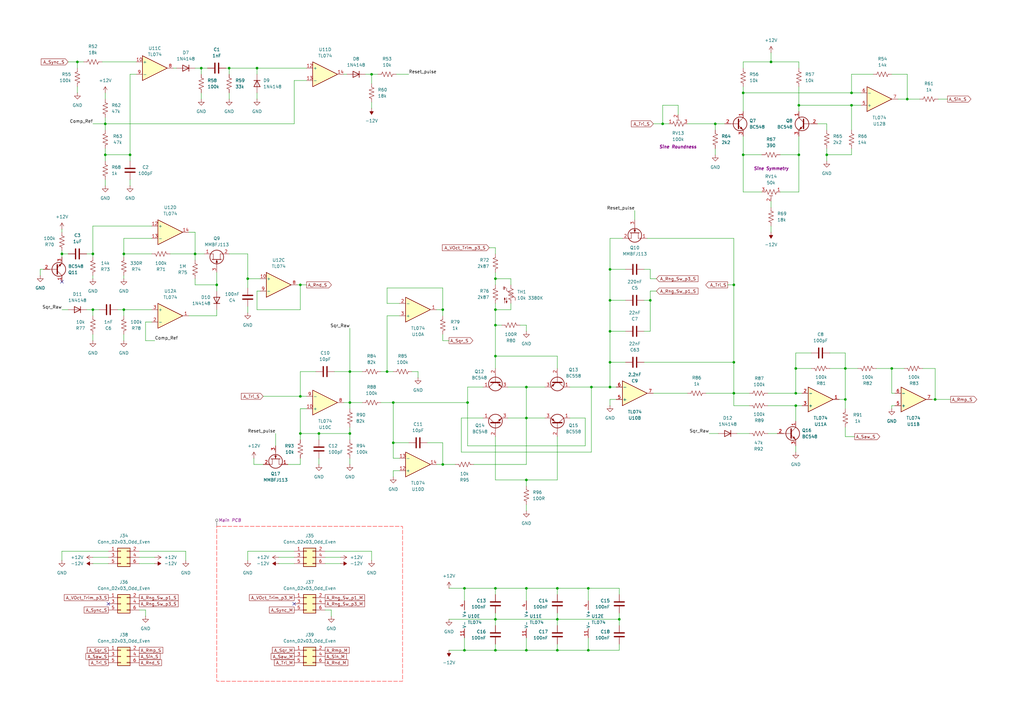
<source format=kicad_sch>
(kicad_sch (version 20250114) (generator "eeschema") (generator_version "9.0")
  (paper "A3")
  (title_block (company "DMH Instruments") (comment 1 "PCB for 10cm Kosmo format synthesizer module"))
  (junction (at 339.09 63.5))
  (junction (at 215.9 196.85))
  (junction (at 181.61 190.5))
  (junction (at 50.8 127))
  (junction (at 50.8 104.14))
  (junction (at 203.2 254))
  (junction (at 365.76 151.13))
  (junction (at 242.57 158.75))
  (junction (at 191.77 165.1))
  (junction (at 152.4 30.48))
  (junction (at 82.55 27.94))
  (junction (at 203.2 266.7))
  (junction (at 31.75 25.4))
  (junction (at 346.71 151.13))
  (junction (at 250.19 123.19))
  (junction (at 80.01 104.14))
  (junction (at 93.98 27.94))
  (junction (at 349.25 38.1))
  (junction (at 316.23 25.4))
  (junction (at 203.2 146.05))
  (junction (at 161.29 181.61))
  (junction (at 327.66 63.5))
  (junction (at 105.41 27.94))
  (junction (at 38.1 104.14))
  (junction (at 158.75 152.4))
  (junction (at 143.51 165.1))
  (junction (at 300.99 148.59))
  (junction (at 250.19 158.75))
  (junction (at 326.39 151.13))
  (junction (at 53.34 63.5))
  (junction (at 346.71 163.83))
  (junction (at 101.6 114.3))
  (junction (at 228.6 266.7))
  (junction (at 123.19 162.56))
  (junction (at 383.54 163.83))
  (junction (at 161.29 165.1))
  (junction (at 123.19 116.84))
  (junction (at 250.19 148.59))
  (junction (at 372.11 40.64))
  (junction (at 215.9 241.3))
  (junction (at 25.4 104.14))
  (junction (at 250.19 110.49))
  (junction (at 130.81 177.8))
  (junction (at 43.18 50.8))
  (junction (at 143.51 152.4))
  (junction (at 327.66 43.18))
  (junction (at 250.19 135.89))
  (junction (at 228.6 254))
  (junction (at 88.9 116.84))
  (junction (at 266.7 123.19))
  (junction (at 123.19 177.8))
  (junction (at 143.51 177.8))
  (junction (at 326.39 166.37))
  (junction (at 228.6 241.3))
  (junction (at 190.5 241.3))
  (junction (at 300.99 161.29))
  (junction (at 271.78 50.8))
  (junction (at 241.3 266.7))
  (junction (at 304.8 38.1))
  (junction (at 326.39 161.29))
  (junction (at 300.99 116.84))
  (junction (at 181.61 127))
  (junction (at 203.2 133.35))
  (junction (at 215.9 158.75))
  (junction (at 349.25 43.18))
  (junction (at 241.3 241.3))
  (junction (at 254 254))
  (junction (at 293.37 50.8))
  (junction (at 203.2 241.3))
  (junction (at 304.8 63.5))
  (junction (at 203.2 127))
  (junction (at 215.9 266.7))
  (junction (at 38.1 127))
  (junction (at 190.5 266.7))
  (junction (at 43.18 63.5))
  (junction (at 203.2 114.3))
  (junction (at 215.9 171.45))
  (no_connect (at 25.4 115.57))
  (no_connect (at 44.45 247.65))
  (no_connect (at 120.65 247.65))
  (wire (pts (xy 320.04 78.74) (xy 327.66 78.74)))
  (wire (pts (xy 130.81 177.8) (xy 130.81 180.34)))
  (wire (pts (xy 349.25 63.5) (xy 339.09 63.5)))
  (wire (pts (xy 181.61 118.11) (xy 181.61 127)))
  (wire (pts (xy 53.34 30.48) (xy 55.88 30.48)))
  (wire (pts (xy 200.66 101.6) (xy 203.2 101.6)))
  (wire (pts (xy 59.69 132.08) (xy 62.23 132.08)))
  (wire (pts (xy 228.6 254) (xy 228.6 256.54)))
  (wire (pts (xy 233.68 158.75) (xy 242.57 158.75)))
  (wire (pts (xy 77.47 95.25) (xy 80.01 95.25)))
  (wire (pts (xy 215.9 241.3) (xy 228.6 241.3)))
  (wire (pts (xy 346.71 144.78) (xy 346.71 151.13)))
  (wire (pts (xy 190.5 261.62) (xy 190.5 266.7)))
  (wire (pts (xy 43.18 38.1) (xy 43.18 40.64)))
  (wire (pts (xy 335.28 50.8) (xy 339.09 50.8)))
  (wire (pts (xy 123.19 127) (xy 123.19 116.84)))
  (wire (pts (xy 300.99 116.84) (xy 300.99 148.59)))
  (wire (pts (xy 38.1 113.03) (xy 38.1 114.3)))
  (wire (pts (xy 250.19 123.19) (xy 250.19 135.89)))
  (wire (pts (xy 316.23 25.4) (xy 316.23 21.59)))
  (wire (pts (xy 163.83 193.04) (xy 161.29 193.04)))
  (wire (pts (xy 290.83 177.8) (xy 294.64 177.8)))
  (wire (pts (xy 130.81 177.8) (xy 143.51 177.8)))
  (wire (pts (xy 163.83 187.96) (xy 161.29 187.96)))
  (wire (pts (xy 59.69 250.19) (xy 59.69 252.73)))
  (wire (pts (xy 365.76 151.13) (xy 365.76 161.29)))
  (wire (pts (xy 184.15 139.7) (xy 181.61 139.7)))
  (wire (pts (xy 161.29 181.61) (xy 167.64 181.61)))
  (wire (pts (xy 88.9 129.54) (xy 88.9 127)))
  (wire (pts (xy 123.19 167.64) (xy 125.73 167.64)))
  (wire (pts (xy 372.11 30.48) (xy 372.11 40.64)))
  (wire (pts (xy 123.19 177.8) (xy 130.81 177.8)))
  (wire (pts (xy 339.09 63.5) (xy 339.09 66.04)))
  (wire (pts (xy 359.41 151.13) (xy 365.76 151.13)))
  (wire (pts (xy 31.75 25.4) (xy 34.29 25.4)))
  (wire (pts (xy 105.41 30.48) (xy 105.41 27.94)))
  (wire (pts (xy 181.61 129.54) (xy 181.61 127)))
  (wire (pts (xy 152.4 226.06) (xy 152.4 229.87)))
  (wire (pts (xy 304.8 38.1) (xy 349.25 38.1)))
  (wire (pts (xy 304.8 63.5) (xy 312.42 63.5)))
  (wire (pts (xy 213.36 133.35) (xy 215.9 133.35)))
  (wire (pts (xy 205.74 133.35) (xy 203.2 133.35)))
  (wire (pts (xy 293.37 50.8) (xy 297.18 50.8)))
  (wire (pts (xy 191.77 165.1) (xy 191.77 182.88)))
  (wire (pts (xy 152.4 30.48) (xy 152.4 34.29)))
  (wire (pts (xy 314.96 161.29) (xy 326.39 161.29)))
  (wire (pts (xy 43.18 60.96) (xy 43.18 63.5)))
  (wire (pts (xy 143.51 152.4) (xy 143.51 165.1)))
  (wire (pts (xy 228.6 196.85) (xy 228.6 179.07)))
  (wire (pts (xy 281.94 50.8) (xy 293.37 50.8)))
  (wire (pts (xy 264.16 110.49) (xy 266.7 110.49)))
  (wire (pts (xy 184.15 254) (xy 203.2 254)))
  (wire (pts (xy 143.51 175.26) (xy 143.51 177.8)))
  (wire (pts (xy 190.5 241.3) (xy 203.2 241.3)))
  (wire (pts (xy 114.3 228.6) (xy 120.65 228.6)))
  (wire (pts (xy 215.9 196.85) (xy 228.6 196.85)))
  (wire (pts (xy 43.18 48.26) (xy 43.18 50.8)))
  (wire (pts (xy 88.9 116.84) (xy 88.9 119.38)))
  (wire (pts (xy 367.03 166.37) (xy 365.76 166.37)))
  (wire (pts (xy 256.54 110.49) (xy 250.19 110.49)))
  (wire (pts (xy 365.76 166.37) (xy 365.76 167.64)))
  (wire (pts (xy 209.55 116.84) (xy 209.55 114.3)))
  (wire (pts (xy 241.3 246.38) (xy 241.3 241.3)))
  (wire (pts (xy 265.43 97.79) (xy 300.99 97.79)))
  (wire (pts (xy 38.1 137.16) (xy 38.1 139.7)))
  (wire (pts (xy 250.19 148.59) (xy 250.19 158.75)))
  (wire (pts (xy 143.51 177.8) (xy 143.51 180.34)))
  (wire (pts (xy 215.9 196.85) (xy 215.9 199.39)))
  (wire (pts (xy 57.15 250.19) (xy 59.69 250.19)))
  (wire (pts (xy 121.92 116.84) (xy 123.19 116.84)))
  (wire (pts (xy 101.6 114.3) (xy 106.68 114.3)))
  (wire (pts (xy 215.9 190.5) (xy 215.9 171.45)))
  (wire (pts (xy 372.11 40.64) (xy 368.3 40.64)))
  (wire (pts (xy 266.7 114.3) (xy 266.7 110.49)))
  (wire (pts (xy 50.8 104.14) (xy 62.23 104.14)))
  (wire (pts (xy 240.03 171.45) (xy 233.68 171.45)))
  (wire (pts (xy 38.1 92.71) (xy 62.23 92.71)))
  (wire (pts (xy 35.56 104.14) (xy 38.1 104.14)))
  (wire (pts (xy 25.4 104.14) (xy 27.94 104.14)))
  (wire (pts (xy 50.8 127) (xy 50.8 129.54)))
  (wire (pts (xy 62.23 97.79) (xy 50.8 97.79)))
  (wire (pts (xy 256.54 148.59) (xy 250.19 148.59)))
  (wire (pts (xy 43.18 63.5) (xy 53.34 63.5)))
  (wire (pts (xy 203.2 264.16) (xy 203.2 266.7)))
  (wire (pts (xy 241.3 241.3) (xy 254 241.3)))
  (wire (pts (xy 203.2 114.3) (xy 209.55 114.3)))
  (wire (pts (xy 80.01 104.14) (xy 80.01 106.68)))
  (wire (pts (xy 158.75 129.54) (xy 158.75 152.4)))
  (wire (pts (xy 198.12 171.45) (xy 189.23 171.45)))
  (wire (pts (xy 339.09 50.8) (xy 339.09 53.34)))
  (wire (pts (xy 241.3 266.7) (xy 254 266.7)))
  (wire (pts (xy 123.19 177.8) (xy 123.19 180.34)))
  (wire (pts (xy 80.01 116.84) (xy 80.01 114.3)))
  (wire (pts (xy 158.75 124.46) (xy 158.75 118.11)))
  (wire (pts (xy 383.54 163.83) (xy 382.27 163.83)))
  (wire (pts (xy 113.03 177.8) (xy 113.03 182.88)))
  (wire (pts (xy 327.66 43.18) (xy 327.66 45.72)))
  (wire (pts (xy 143.51 134.62) (xy 143.51 152.4)))
  (wire (pts (xy 256.54 123.19) (xy 250.19 123.19)))
  (wire (pts (xy 228.6 251.46) (xy 228.6 254)))
  (wire (pts (xy 107.95 162.56) (xy 123.19 162.56)))
  (wire (pts (xy 203.2 146.05) (xy 203.2 151.13)))
  (wire (pts (xy 101.6 114.3) (xy 101.6 118.11)))
  (wire (pts (xy 242.57 185.42) (xy 242.57 158.75)))
  (wire (pts (xy 123.19 190.5) (xy 123.19 187.96)))
  (wire (pts (xy 326.39 166.37) (xy 326.39 172.72)))
  (wire (pts (xy 80.01 95.25) (xy 80.01 104.14)))
  (wire (pts (xy 241.3 261.62) (xy 241.3 266.7)))
  (wire (pts (xy 228.6 241.3) (xy 228.6 243.84)))
  (wire (pts (xy 129.54 152.4) (xy 123.19 152.4)))
  (wire (pts (xy 50.8 137.16) (xy 50.8 139.7)))
  (wire (pts (xy 304.8 35.56) (xy 304.8 38.1)))
  (wire (pts (xy 250.19 110.49) (xy 250.19 123.19)))
  (wire (pts (xy 38.1 104.14) (xy 38.1 105.41)))
  (wire (pts (xy 161.29 165.1) (xy 191.77 165.1)))
  (wire (pts (xy 304.8 27.94) (xy 304.8 25.4)))
  (wire (pts (xy 152.4 41.91) (xy 152.4 44.45)))
  (wire (pts (xy 203.2 114.3) (xy 203.2 116.84)))
  (wire (pts (xy 203.2 254) (xy 228.6 254)))
  (wire (pts (xy 101.6 104.14) (xy 101.6 114.3)))
  (wire (pts (xy 326.39 182.88) (xy 326.39 185.42)))
  (wire (pts (xy 123.19 167.64) (xy 123.19 177.8)))
  (wire (pts (xy 31.75 35.56) (xy 31.75 38.1)))
  (wire (pts (xy 125.73 33.02) (xy 120.65 33.02)))
  (wire (pts (xy 304.8 25.4) (xy 316.23 25.4)))
  (wire (pts (xy 181.61 190.5) (xy 181.61 181.61)))
  (wire (pts (xy 203.2 251.46) (xy 203.2 254)))
  (wire (pts (xy 300.99 148.59) (xy 300.99 161.29)))
  (wire (pts (xy 240.03 182.88) (xy 240.03 171.45)))
  (wire (pts (xy 43.18 50.8) (xy 120.65 50.8)))
  (wire (pts (xy 101.6 104.14) (xy 93.98 104.14)))
  (wire (pts (xy 59.69 139.7) (xy 63.5 139.7)))
  (wire (pts (xy 53.34 73.66) (xy 53.34 76.2)))
  (wire (pts (xy 191.77 182.88) (xy 240.03 182.88)))
  (wire (pts (xy 271.78 43.18) (xy 271.78 50.8)))
  (wire (pts (xy 162.56 30.48) (xy 167.64 30.48)))
  (wire (pts (xy 278.13 43.18) (xy 271.78 43.18)))
  (wire (pts (xy 266.7 114.3) (xy 269.24 114.3)))
  (wire (pts (xy 260.35 86.36) (xy 260.35 90.17)))
  (wire (pts (xy 179.07 190.5) (xy 181.61 190.5)))
  (wire (pts (xy 82.55 38.1) (xy 82.55 40.64)))
  (wire (pts (xy 215.9 246.38) (xy 215.9 241.3)))
  (wire (pts (xy 316.23 82.55) (xy 316.23 85.09)))
  (wire (pts (xy 304.8 55.88) (xy 304.8 63.5)))
  (wire (pts (xy 215.9 158.75) (xy 223.52 158.75)))
  (wire (pts (xy 76.2 226.06) (xy 57.15 226.06)))
  (wire (pts (xy 215.9 241.3) (xy 203.2 241.3)))
  (wire (pts (xy 340.36 151.13) (xy 346.71 151.13)))
  (wire (pts (xy 189.23 171.45) (xy 189.23 185.42)))
  (wire (pts (xy 203.2 133.35) (xy 203.2 146.05)))
  (wire (pts (xy 93.98 27.94) (xy 93.98 30.48)))
  (wire (pts (xy 203.2 127) (xy 209.55 127)))
  (wire (pts (xy 43.18 73.66) (xy 43.18 76.2)))
  (wire (pts (xy 215.9 266.7) (xy 203.2 266.7)))
  (wire (pts (xy 101.6 125.73) (xy 101.6 128.27)))
  (wire (pts (xy 76.2 229.87) (xy 76.2 226.06)))
  (wire (pts (xy 143.51 187.96) (xy 143.51 190.5)))
  (wire (pts (xy 50.8 97.79) (xy 50.8 104.14)))
  (wire (pts (xy 93.98 27.94) (xy 105.41 27.94)))
  (wire (pts (xy 105.41 127) (xy 123.19 127)))
  (wire (pts (xy 123.19 152.4) (xy 123.19 162.56)))
  (wire (pts (xy 264.16 135.89) (xy 266.7 135.89)))
  (wire (pts (xy 140.97 30.48) (xy 142.24 30.48)))
  (wire (pts (xy 50.8 113.03) (xy 50.8 114.3)))
  (wire (pts (xy 190.5 266.7) (xy 203.2 266.7)))
  (wire (pts (xy 254 251.46) (xy 254 254)))
  (wire (pts (xy 156.21 165.1) (xy 161.29 165.1)))
  (wire (pts (xy 346.71 163.83) (xy 344.17 163.83)))
  (wire (pts (xy 358.14 30.48) (xy 349.25 30.48)))
  (wire (pts (xy 184.15 241.3) (xy 190.5 241.3)))
  (wire (pts (xy 228.6 146.05) (xy 228.6 151.13)))
  (wire (pts (xy 326.39 144.78) (xy 326.39 151.13)))
  (wire (pts (xy 118.11 190.5) (xy 123.19 190.5)))
  (wire (pts (xy 92.71 27.94) (xy 93.98 27.94)))
  (wire (pts (xy 326.39 166.37) (xy 328.93 166.37)))
  (wire (pts (xy 255.27 97.79) (xy 250.19 97.79)))
  (wire (pts (xy 158.75 118.11) (xy 181.61 118.11)))
  (wire (pts (xy 41.91 25.4) (xy 55.88 25.4)))
  (wire (pts (xy 372.11 40.64) (xy 377.19 40.64)))
  (wire (pts (xy 143.51 152.4) (xy 137.16 152.4)))
  (wire (pts (xy 105.41 38.1) (xy 105.41 40.64)))
  (wire (pts (xy 27.94 25.4) (xy 31.75 25.4)))
  (wire (pts (xy 370.84 151.13) (xy 365.76 151.13)))
  (wire (pts (xy 314.96 177.8) (xy 318.77 177.8)))
  (wire (pts (xy 346.71 179.07) (xy 346.71 175.26)))
  (wire (pts (xy 161.29 165.1) (xy 161.29 181.61)))
  (wire (pts (xy 203.2 196.85) (xy 215.9 196.85)))
  (wire (pts (xy 365.76 30.48) (xy 372.11 30.48)))
  (wire (pts (xy 228.6 264.16) (xy 228.6 266.7)))
  (wire (pts (xy 105.41 119.38) (xy 105.41 127)))
  (wire (pts (xy 161.29 193.04) (xy 161.29 195.58)))
  (wire (pts (xy 327.66 43.18) (xy 349.25 43.18)))
  (wire (pts (xy 191.77 158.75) (xy 191.77 165.1)))
  (wire (pts (xy 293.37 60.96) (xy 293.37 63.5)))
  (wire (pts (xy 250.19 97.79) (xy 250.19 110.49)))
  (wire (pts (xy 349.25 38.1) (xy 353.06 38.1)))
  (wire (pts (xy 82.55 27.94) (xy 82.55 30.48)))
  (wire (pts (xy 203.2 179.07) (xy 203.2 196.85)))
  (wire (pts (xy 316.23 92.71) (xy 316.23 95.25)))
  (wire (pts (xy 215.9 261.62) (xy 215.9 266.7)))
  (wire (pts (xy 340.36 144.78) (xy 346.71 144.78)))
  (wire (pts (xy 133.35 228.6) (xy 139.7 228.6)))
  (wire (pts (xy 149.86 30.48) (xy 152.4 30.48)))
  (wire (pts (xy 101.6 229.87) (xy 101.6 226.06)))
  (wire (pts (xy 158.75 129.54) (xy 163.83 129.54)))
  (wire (pts (xy 349.25 43.18) (xy 349.25 53.34)))
  (wire (pts (xy 203.2 146.05) (xy 228.6 146.05)))
  (wire (pts (xy 38.1 231.14) (xy 44.45 231.14)))
  (wire (pts (xy 266.7 119.38) (xy 266.7 123.19)))
  (wire (pts (xy 250.19 135.89) (xy 256.54 135.89)))
  (wire (pts (xy 143.51 165.1) (xy 148.59 165.1)))
  (wire (pts (xy 179.07 127) (xy 181.61 127)))
  (wire (pts (xy 57.15 231.14) (xy 63.5 231.14)))
  (wire (pts (xy 215.9 207.01) (xy 215.9 209.55)))
  (wire (pts (xy 25.4 102.87) (xy 25.4 104.14)))
  (wire (pts (xy 82.55 27.94) (xy 85.09 27.94)))
  (wire (pts (xy 349.25 30.48) (xy 349.25 38.1)))
  (wire (pts (xy 184.15 266.7) (xy 190.5 266.7)))
  (wire (pts (xy 25.4 226.06) (xy 44.45 226.06)))
  (wire (pts (xy 25.4 93.98) (xy 25.4 95.25)))
  (wire (pts (xy 88.9 111.76) (xy 88.9 116.84)))
  (wire (pts (xy 43.18 50.8) (xy 43.18 53.34)))
  (wire (pts (xy 181.61 181.61) (xy 175.26 181.61)))
  (wire (pts (xy 133.35 250.19) (xy 135.89 250.19)))
  (wire (pts (xy 383.54 151.13) (xy 383.54 163.83)))
  (wire (pts (xy 250.19 158.75) (xy 252.73 158.75)))
  (wire (pts (xy 38.1 127) (xy 40.64 127)))
  (wire (pts (xy 278.13 46.99) (xy 278.13 43.18)))
  (wire (pts (xy 156.21 152.4) (xy 158.75 152.4)))
  (wire (pts (xy 106.68 119.38) (xy 105.41 119.38)))
  (wire (pts (xy 161.29 187.96) (xy 161.29 181.61)))
  (wire (pts (xy 123.19 116.84) (xy 125.73 116.84)))
  (wire (pts (xy 327.66 35.56) (xy 327.66 43.18)))
  (wire (pts (xy 77.47 129.54) (xy 88.9 129.54)))
  (wire (pts (xy 339.09 60.96) (xy 339.09 63.5)))
  (wire (pts (xy 346.71 151.13) (xy 351.79 151.13)))
  (wire (pts (xy 254 264.16) (xy 254 266.7)))
  (wire (pts (xy 252.73 163.83) (xy 250.19 163.83)))
  (wire (pts (xy 293.37 50.8) (xy 293.37 53.34)))
  (wire (pts (xy 208.28 171.45) (xy 215.9 171.45)))
  (wire (pts (xy 267.97 50.8) (xy 271.78 50.8)))
  (wire (pts (xy 80.01 27.94) (xy 82.55 27.94)))
  (wire (pts (xy 203.2 127) (xy 203.2 133.35)))
  (wire (pts (xy 326.39 151.13) (xy 326.39 161.29)))
  (wire (pts (xy 16.51 110.49) (xy 16.51 113.03)))
  (wire (pts (xy 203.2 241.3) (xy 203.2 243.84)))
  (wire (pts (xy 53.34 63.5) (xy 53.34 66.04)))
  (wire (pts (xy 38.1 228.6) (xy 44.45 228.6)))
  (wire (pts (xy 215.9 133.35) (xy 215.9 135.89)))
  (wire (pts (xy 50.8 104.14) (xy 50.8 105.41)))
  (wire (pts (xy 264.16 123.19) (xy 266.7 123.19)))
  (wire (pts (xy 50.8 127) (xy 62.23 127)))
  (wire (pts (xy 25.4 104.14) (xy 25.4 105.41)))
  (wire (pts (xy 38.1 92.71) (xy 38.1 104.14)))
  (wire (pts (xy 346.71 167.64) (xy 346.71 163.83)))
  (wire (pts (xy 203.2 101.6) (xy 203.2 104.14)))
  (wire (pts (xy 135.89 250.19) (xy 135.89 252.73)))
  (wire (pts (xy 203.2 124.46) (xy 203.2 127)))
  (wire (pts (xy 327.66 63.5) (xy 327.66 78.74)))
  (wire (pts (xy 181.61 190.5) (xy 186.69 190.5)))
  (wire (pts (xy 289.56 161.29) (xy 300.99 161.29)))
  (wire (pts (xy 57.15 228.6) (xy 63.5 228.6)))
  (wire (pts (xy 215.9 266.7) (xy 228.6 266.7)))
  (wire (pts (xy 143.51 165.1) (xy 143.51 167.64)))
  (wire (pts (xy 69.85 104.14) (xy 80.01 104.14)))
  (wire (pts (xy 120.65 33.02) (xy 120.65 50.8)))
  (wire (pts (xy 16.51 110.49) (xy 17.78 110.49)))
  (wire (pts (xy 250.19 135.89) (xy 250.19 148.59)))
  (wire (pts (xy 104.14 190.5) (xy 104.14 187.96)))
  (wire (pts (xy 48.26 127) (xy 50.8 127)))
  (wire (pts (xy 25.4 229.87) (xy 25.4 226.06)))
  (wire (pts (xy 302.26 177.8) (xy 307.34 177.8)))
  (wire (pts (xy 163.83 124.46) (xy 158.75 124.46)))
  (wire (pts (xy 332.74 151.13) (xy 326.39 151.13)))
  (wire (pts (xy 133.35 231.14) (xy 139.7 231.14)))
  (wire (pts (xy 43.18 63.5) (xy 43.18 66.04)))
  (wire (pts (xy 264.16 148.59) (xy 300.99 148.59)))
  (wire (pts (xy 327.66 63.5) (xy 327.66 55.88)))
  (wire (pts (xy 190.5 241.3) (xy 190.5 246.38)))
  (wire (pts (xy 198.12 158.75) (xy 191.77 158.75)))
  (wire (pts (xy 59.69 132.08) (xy 59.69 139.7)))
  (wire (pts (xy 312.42 78.74) (xy 304.8 78.74)))
  (wire (pts (xy 25.4 127) (xy 27.94 127)))
  (wire (pts (xy 266.7 135.89) (xy 266.7 123.19)))
  (wire (pts (xy 148.59 152.4) (xy 143.51 152.4)))
  (wire (pts (xy 266.7 119.38) (xy 269.24 119.38)))
  (wire (pts (xy 71.12 27.94) (xy 72.39 27.94)))
  (wire (pts (xy 189.23 185.42) (xy 242.57 185.42)))
  (wire (pts (xy 228.6 266.7) (xy 241.3 266.7)))
  (wire (pts (xy 300.99 97.79) (xy 300.99 116.84)))
  (wire (pts (xy 228.6 241.3) (xy 241.3 241.3)))
  (wire (pts (xy 38.1 50.8) (xy 43.18 50.8)))
  (wire (pts (xy 209.55 124.46) (xy 209.55 127)))
  (wire (pts (xy 168.91 152.4) (xy 171.45 152.4)))
  (wire (pts (xy 38.1 127) (xy 38.1 129.54)))
  (wire (pts (xy 203.2 111.76) (xy 203.2 114.3)))
  (wire (pts (xy 228.6 254) (xy 254 254)))
  (wire (pts (xy 80.01 116.84) (xy 88.9 116.84)))
  (wire (pts (xy 215.9 171.45) (xy 223.52 171.45)))
  (wire (pts (xy 304.8 38.1) (xy 304.8 45.72)))
  (wire (pts (xy 107.95 190.5) (xy 104.14 190.5)))
  (wire (pts (xy 254 241.3) (xy 254 243.84)))
  (wire (pts (xy 93.98 38.1) (xy 93.98 40.64)))
  (wire (pts (xy 31.75 25.4) (xy 31.75 27.94)))
  (wire (pts (xy 271.78 50.8) (xy 274.32 50.8)))
  (wire (pts (xy 383.54 163.83) (xy 389.89 163.83)))
  (wire (pts (xy 194.31 190.5) (xy 215.9 190.5)))
  (wire (pts (xy 327.66 27.94) (xy 327.66 25.4)))
  (wire (pts (xy 365.76 161.29) (xy 367.03 161.29)))
  (wire (pts (xy 349.25 60.96) (xy 349.25 63.5)))
  (wire (pts (xy 300.99 166.37) (xy 300.99 161.29)))
  (wire (pts (xy 298.45 116.84) (xy 300.99 116.84)))
  (wire (pts (xy 114.3 231.14) (xy 120.65 231.14)))
  (wire (pts (xy 378.46 151.13) (xy 383.54 151.13)))
  (wire (pts (xy 203.2 254) (xy 203.2 256.54)))
  (wire (pts (xy 133.35 226.06) (xy 152.4 226.06)))
  (wire (pts (xy 300.99 161.29) (xy 307.34 161.29)))
  (wire (pts (xy 35.56 127) (xy 38.1 127)))
  (wire (pts (xy 250.19 163.83) (xy 250.19 166.37)))
  (wire (pts (xy 158.75 152.4) (xy 161.29 152.4)))
  (wire (pts (xy 140.97 165.1) (xy 143.51 165.1)))
  (wire (pts (xy 327.66 25.4) (xy 316.23 25.4)))
  (wire (pts (xy 349.25 43.18) (xy 353.06 43.18)))
  (wire (pts (xy 215.9 158.75) (xy 215.9 171.45)))
  (wire (pts (xy 346.71 179.07) (xy 350.52 179.07)))
  (wire (pts (xy 307.34 166.37) (xy 300.99 166.37)))
  (wire (pts (xy 80.01 104.14) (xy 83.82 104.14)))
  (wire (pts (xy 346.71 151.13) (xy 346.71 163.83)))
  (wire (pts (xy 181.61 139.7) (xy 181.61 137.16)))
  (wire (pts (xy 130.81 187.96) (xy 130.81 190.5)))
  (wire (pts (xy 105.41 27.94) (xy 125.73 27.94)))
  (wire (pts (xy 101.6 226.06) (xy 120.65 226.06)))
  (wire (pts (xy 320.04 63.5) (xy 327.66 63.5)))
  (wire (pts (xy 208.28 158.75) (xy 215.9 158.75)))
  (wire (pts (xy 314.96 166.37) (xy 326.39 166.37)))
  (wire (pts (xy 304.8 78.74) (xy 304.8 63.5)))
  (wire (pts (xy 123.19 162.56) (xy 125.73 162.56)))
  (wire (pts (xy 53.34 30.48) (xy 53.34 63.5)))
  (wire (pts (xy 326.39 161.29) (xy 328.93 161.29)))
  (wire (pts (xy 254 254) (xy 254 256.54)))
  (wire (pts (xy 152.4 30.48) (xy 154.94 30.48)))
  (wire (pts (xy 384.81 40.64) (xy 388.62 40.64)))
  (wire (pts (xy 267.97 161.29) (xy 281.94 161.29)))
  (wire (pts (xy 242.57 158.75) (xy 250.19 158.75)))
  (wire (pts (xy 332.74 144.78) (xy 326.39 144.78)))
  (wire (pts (xy 171.45 152.4) (xy 171.45 154.94)))
  (label "Reset_pulse" (at 260.35 86.36 180))
  (label "Sqr_Raw" (at 143.51 134.62 180))
  (label "Sqr_Raw" (at 25.4 127 180))
  (label "Reset_pulse" (at 113.03 177.8 180))
  (label "Reset_pulse" (at 167.64 30.48 0))
  (label "Comp_Ref" (at 38.1 50.8 180))
  (label "Sqr_Raw" (at 290.83 177.8 180))
  (label "Comp_Ref" (at 63.5 139.7 0))
  (global_label "A_Sqr_M" (shape passive) (at 120.65 266.7 180) (property "Intersheetrefs" "${INTERSHEET_REFS}" (effects (hide yes))))
  (global_label "A_Tri_S" (shape input) (at 267.97 50.8 180) (property "Intersheetrefs" "${INTERSHEET_REFS}" (effects (hide yes))))
  (global_label "A_Rng_Sw_p3_S" (shape input) (at 269.24 114.3 0) (property "Intersheetrefs" "${INTERSHEET_REFS}" (effects (hide yes))))
  (global_label "A_Tri_S" (shape input) (at 107.95 162.56 180) (property "Intersheetrefs" "${INTERSHEET_REFS}" (effects (hide yes))))
  (global_label "A_Rnd_M" (shape passive) (at 133.35 271.78 0) (property "Intersheetrefs" "${INTERSHEET_REFS}" (effects (hide yes))))
  (global_label "A_Rng_Sw_p1_M" (shape passive) (at 133.35 245.11 0) (property "Intersheetrefs" "${INTERSHEET_REFS}" (effects (hide yes))))
  (global_label "A_Saw_S" (shape output) (at 350.52 179.07 0) (property "Intersheetrefs" "${INTERSHEET_REFS}" (effects (hide yes))))
  (global_label "A_Tri_S" (shape passive) (at 44.45 271.78 180) (property "Intersheetrefs" "${INTERSHEET_REFS}" (effects (hide yes))))
  (global_label "A_Rnd_S" (shape output) (at 125.73 116.84 0) (property "Intersheetrefs" "${INTERSHEET_REFS}" (effects (hide yes))))
  (global_label "A_VOct_Trim_p3_M" (shape passive) (at 120.65 245.11 180) (property "Intersheetrefs" "${INTERSHEET_REFS}" (effects (hide yes))))
  (global_label "A_Tri_M" (shape passive) (at 120.65 271.78 180) (property "Intersheetrefs" "${INTERSHEET_REFS}" (effects (hide yes))))
  (global_label "A_Sin_M" (shape passive) (at 133.35 269.24 0) (property "Intersheetrefs" "${INTERSHEET_REFS}" (effects (hide yes))))
  (global_label "A_Sync_S" (shape passive) (at 44.45 250.19 180) (property "Intersheetrefs" "${INTERSHEET_REFS}" (effects (hide yes))))
  (global_label "A_Saw_M" (shape passive) (at 120.65 269.24 180) (property "Intersheetrefs" "${INTERSHEET_REFS}" (effects (hide yes))))
  (global_label "A_VOct_Trim_p3_S" (shape passive) (at 44.45 245.11 180) (property "Intersheetrefs" "${INTERSHEET_REFS}" (effects (hide yes))))
  (global_label "A_Rng_Sw_p1_S" (shape passive) (at 57.15 245.11 0) (property "Intersheetrefs" "${INTERSHEET_REFS}" (effects (hide yes))))
  (global_label "A_Sin_S" (shape output) (at 388.62 40.64 0) (property "Intersheetrefs" "${INTERSHEET_REFS}" (effects (hide yes))))
  (global_label "A_Rng_Sw_p3_M" (shape passive) (at 133.35 247.65 0) (property "Intersheetrefs" "${INTERSHEET_REFS}" (effects (hide yes))))
  (global_label "A_Sync_S" (shape input) (at 27.94 25.4 180) (property "Intersheetrefs" "${INTERSHEET_REFS}" (effects (hide yes))))
  (global_label "A_Tri_S" (shape output) (at 298.45 116.84 180) (property "Intersheetrefs" "${INTERSHEET_REFS}" (effects (hide yes))))
  (global_label "A_Rnd_S" (shape passive) (at 57.15 271.78 0) (property "Intersheetrefs" "${INTERSHEET_REFS}" (effects (hide yes))))
  (global_label "A_Rmp_M" (shape passive) (at 133.35 266.7 0) (property "Intersheetrefs" "${INTERSHEET_REFS}" (effects (hide yes))))
  (global_label "A_Sin_S" (shape passive) (at 57.15 269.24 0) (property "Intersheetrefs" "${INTERSHEET_REFS}" (effects (hide yes))))
  (global_label "A_VOct_Trim_p3_S" (shape input) (at 200.66 101.6 180) (property "Intersheetrefs" "${INTERSHEET_REFS}" (effects (hide yes))))
  (global_label "A_Rng_Sw_p3_S" (shape passive) (at 57.15 247.65 0) (property "Intersheetrefs" "${INTERSHEET_REFS}" (effects (hide yes))))
  (global_label "A_Rmp_S" (shape passive) (at 57.15 266.7 0) (property "Intersheetrefs" "${INTERSHEET_REFS}" (effects (hide yes))))
  (global_label "A_Sync_M" (shape passive) (at 120.65 250.19 180) (property "Intersheetrefs" "${INTERSHEET_REFS}" (effects (hide yes))))
  (global_label "A_Sqr_S" (shape passive) (at 44.45 266.7 180) (property "Intersheetrefs" "${INTERSHEET_REFS}" (effects (hide yes))))
  (global_label "A_Rmp_S" (shape output) (at 389.89 163.83 0) (property "Intersheetrefs" "${INTERSHEET_REFS}" (effects (hide yes))))
  (global_label "A_Sqr_S" (shape output) (at 184.15 139.7 0) (property "Intersheetrefs" "${INTERSHEET_REFS}" (effects (hide yes))))
  (global_label "A_Saw_S" (shape passive) (at 44.45 269.24 180) (property "Intersheetrefs" "${INTERSHEET_REFS}" (effects (hide yes))))
  (global_label "A_Rng_Sw_p1_S" (shape input) (at 269.24 119.38 0) (property "Intersheetrefs" "${INTERSHEET_REFS}" (effects (hide yes))))
  (rule_area (polyline (pts (xy 88.9 215.9) (xy 165.1 215.9) (xy 165.1 279.4) (xy 88.9 279.4)) (stroke (width 0) (type dash))))
  (netclass_flag "" (length 2.54) (shape round) (at 88.9 215.9 0) (property "Component Class" "Main PCB" (at 89.5985 213.36 0) (effects (font (italic yes)) (justify left))))
  (symbol (lib_id "Connector_Generic:Conn_02x03_Odd_Even") (at 49.53 228.6 0) (unit 1) (on_board no)
    (property "Reference" "J34" (at 50.8 219.71 0))
    (property "Value" "Conn_02x03_Odd_Even" (at 50.8 222.25 0))
    (property "Footprint" "Connector_PinHeader_2.54mm:PinHeader_2x03_P2.54mm_Horizontal" (effects (hide yes)))
    (property "Description" "Generic connector, double row, 02x03, odd/even pin numbering scheme (row 1 odd numbers, row 2 even numbers), script generated (kicad-library-utils/schlib/autogen/connector/)" (effects (hide yes)))
  )
  (symbol (lib_id "Amplifier_Operational:TL074") (at 243.84 254 0) (unit 5) (on_board no)
    (property "Reference" "U12" (at 242.57 252.7299 0) (effects (justify left)))
    (property "Value" "TL074" (at 242.57 255.2699 0) (effects (justify left)))
    (property "Footprint" "Package_DIP:DIP-14_W7.62mm_Socket" (effects (hide yes)))
    (property "Datasheet" "http://www.ti.com/lit/ds/symlink/tl071.pdf" (effects (hide yes)))
    (property "Description" "Quad Low-Noise JFET-Input Operational Amplifiers, DIP-14/SOIC-14" (effects (hide yes)))
  )
  (symbol (lib_id "power:+12V") (at 38.1 228.6 90) (unit 1) (on_board no)
    (property "Reference" "#PWR084" (effects (hide yes)))
    (property "Value" "+12V" (at 34.29 228.5999 90) (effects (justify left)))
    (property "Description" "Power symbol creates a global label with name \"+12V\"" (effects (hide yes)))
  )
  (symbol (lib_id "Amplifier_Operational:TL074") (at 336.55 163.83 0) (mirror x) (unit 1) (on_board no)
    (property "Reference" "U11" (at 336.55 173.99 0))
    (property "Value" "TL074" (at 336.55 171.45 0))
    (property "Footprint" "Package_DIP:DIP-14_W7.62mm_Socket" (effects (hide yes)))
    (property "Datasheet" "http://www.ti.com/lit/ds/symlink/tl071.pdf" (effects (hide yes)))
    (property "Description" "Quad Low-Noise JFET-Input Operational Amplifiers, DIP-14/SOIC-14" (effects (hide yes)))
  )
  (symbol (lib_id "power:GND") (at 339.09 66.04 0) (unit 1) (on_board no)
    (property "Reference" "#PWR063" (effects (hide yes)))
    (property "Value" "GND" (at 339.09 71.12 0))
    (property "Description" "Power symbol creates a global label with name \"GND\" , ground" (effects (hide yes)))
  )
  (symbol (lib_id "power:GND") (at 101.6 128.27 0) (unit 1) (on_board no)
    (property "Reference" "#PWR071" (effects (hide yes)))
    (property "Value" "GND" (at 101.6 133.35 0))
    (property "Description" "Power symbol creates a global label with name \"GND\" , ground" (effects (hide yes)))
  )
  (symbol (lib_id "Device:R_US") (at 82.55 34.29 0) (unit 1) (on_board no)
    (property "Reference" "R58" (at 85.09 33.0199 0) (effects (justify left)))
    (property "Value" "100k" (at 85.09 35.5599 0) (effects (justify left)))
    (property "Footprint" "Resistor_THT:R_Axial_DIN0207_L6.3mm_D2.5mm_P7.62mm_Horizontal" (effects (hide yes)))
    (property "Description" "Resistor, US symbol" (effects (hide yes)))
  )
  (symbol (lib_id "Device:D") (at 88.9 123.19 270) (mirror x) (unit 1) (on_board no)
    (property "Reference" "D10" (at 86.36 121.9199 90) (effects (justify right)))
    (property "Value" "1N4148" (at 86.36 124.4599 90) (effects (justify right)))
    (property "Footprint" "Diode_THT:D_DO-35_SOD27_P7.62mm_Horizontal" (effects (hide yes)))
    (property "Description" "Diode" (effects (hide yes)))
    (property "Sim.Device" "D" (effects (hide yes)))
    (property "Sim.Pins" "1=K 2=A" (effects (hide yes)))
  )
  (symbol (lib_id "power:-12V") (at 38.1 231.14 90) (unit 1) (on_board no)
    (property "Reference" "#PWR092" (effects (hide yes)))
    (property "Value" "-12V" (at 34.29 231.1399 90) (effects (justify left)))
    (property "Description" "Power symbol creates a global label with name \"-12V\"" (effects (hide yes)))
  )
  (symbol (lib_id "power:GND") (at 50.8 114.3 0) (unit 1) (on_board no)
    (property "Reference" "#PWR070" (effects (hide yes)))
    (property "Value" "GND" (at 50.8 119.38 0))
    (property "Description" "Power symbol creates a global label with name \"GND\" , ground" (effects (hide yes)))
  )
  (symbol (lib_id "power:GND") (at 135.89 252.73 0) (unit 1)
    (property "Reference" "#PWR097" (effects (hide yes)))
    (property "Value" "GND" (at 135.89 257.81 0))
    (property "Description" "Power symbol creates a global label with name \"GND\" , ground" (effects (hide yes)))
  )
  (symbol (lib_id "Device:R_US") (at 143.51 171.45 0) (unit 1) (on_board no)
    (property "Reference" "R90" (at 146.05 170.1799 0) (effects (justify left)))
    (property "Value" "82k" (at 146.05 172.7199 0) (effects (justify left)))
    (property "Footprint" "Resistor_THT:R_Axial_DIN0207_L6.3mm_D2.5mm_P7.62mm_Horizontal" (effects (hide yes)))
    (property "Description" "Resistor, US symbol" (effects (hide yes)))
  )
  (symbol (lib_id "power:GND") (at 326.39 185.42 0) (unit 1) (on_board no)
    (property "Reference" "#PWR078" (effects (hide yes)))
    (property "Value" "GND" (at 326.39 190.5 0))
    (property "Description" "Power symbol creates a global label with name \"GND\" , ground" (effects (hide yes)))
  )
  (symbol (lib_id "Amplifier_Operational:TL074") (at 133.35 165.1 0) (mirror x) (unit 3) (on_board no)
    (property "Reference" "U10" (at 133.35 175.26 0))
    (property "Value" "TL074" (at 133.35 172.72 0))
    (property "Footprint" "Package_DIP:DIP-14_W7.62mm_Socket" (effects (hide yes)))
    (property "Datasheet" "http://www.ti.com/lit/ds/symlink/tl071.pdf" (effects (hide yes)))
    (property "Description" "Quad Low-Noise JFET-Input Operational Amplifiers, DIP-14/SOIC-14" (effects (hide yes)))
  )
  (symbol (lib_id "Device:R_US") (at 66.04 104.14 270) (mirror x) (unit 1) (on_board no)
    (property "Reference" "R71" (at 66.04 110.49 90))
    (property "Value" "100k" (at 66.04 107.95 90))
    (property "Footprint" "Resistor_THT:R_Axial_DIN0207_L6.3mm_D2.5mm_P7.62mm_Horizontal" (effects (hide yes)))
    (property "Description" "Resistor, US symbol" (effects (hide yes)))
  )
  (symbol (lib_id "Device:C") (at 260.35 110.49 90) (mirror x) (unit 1) (on_board no)
    (property "Reference" "C5" (at 260.35 118.11 90))
    (property "Value" "220nF" (at 260.35 115.57 90))
    (property "Footprint" "Capacitor_THT:C_Disc_D4.3mm_W1.9mm_P5.00mm" (effects (hide yes)))
    (property "Description" "Unpolarized capacitor" (effects (hide yes)))
  )
  (symbol (lib_id "power:GND") (at 161.29 195.58 0) (unit 1) (on_board no)
    (property "Reference" "#PWR082" (effects (hide yes)))
    (property "Value" "GND" (at 161.29 200.66 0))
    (property "Description" "Power symbol creates a global label with name \"GND\" , ground" (effects (hide yes)))
  )
  (symbol (lib_id "Device:R_US") (at 374.65 151.13 90) (mirror x) (unit 1) (on_board no)
    (property "Reference" "R83" (at 374.904 157.226 90))
    (property "Value" "100k" (at 374.904 154.686 90))
    (property "Footprint" "Resistor_THT:R_Axial_DIN0207_L6.3mm_D2.5mm_P7.62mm_Horizontal" (effects (hide yes)))
    (property "Description" "Resistor, US symbol" (effects (hide yes)))
  )
  (symbol (lib_id "Device:R_US") (at 38.1 25.4 90) (unit 1) (on_board no)
    (property "Reference" "R52" (at 38.1 19.05 90))
    (property "Value" "18k" (at 38.1 21.59 90))
    (property "Footprint" "Resistor_THT:R_Axial_DIN0207_L6.3mm_D2.5mm_P7.62mm_Horizontal" (effects (hide yes)))
    (property "Description" "Resistor, US symbol" (effects (hide yes)))
  )
  (symbol (lib_id "Device:R_US") (at 311.15 177.8 90) (mirror x) (unit 1) (on_board no)
    (property "Reference" "R92" (at 311.15 184.15 90))
    (property "Value" "47k" (at 311.15 181.61 90))
    (property "Footprint" "Resistor_THT:R_Axial_DIN0207_L6.3mm_D2.5mm_P7.62mm_Horizontal" (effects (hide yes)))
    (property "Description" "Resistor, US symbol" (effects (hide yes)))
  )
  (symbol (lib_id "power:GND") (at 16.51 113.03 0) (unit 1) (on_board no)
    (property "Reference" "#PWR068" (effects (hide yes)))
    (property "Value" "GND" (at 16.51 118.11 0))
    (property "Description" "Power symbol creates a global label with name \"GND\" , ground" (effects (hide yes)))
  )
  (symbol (lib_id "Device:R_US") (at 203.2 120.65 0) (mirror y) (unit 1) (on_board no)
    (property "Reference" "R76" (at 200.66 119.3799 0) (effects (justify left)))
    (property "Value" "2k87" (at 200.66 121.9199 0) (effects (justify left)))
    (property "Footprint" "Resistor_THT:R_Axial_DIN0207_L6.3mm_D2.5mm_P7.62mm_Horizontal" (effects (hide yes)))
    (property "Description" "Resistor, US symbol" (effects (hide yes)))
  )
  (symbol (lib_id "Connector_Generic:Conn_02x03_Odd_Even") (at 125.73 269.24 0) (unit 1)
    (property "Reference" "J39" (at 127 260.35 0))
    (property "Value" "Conn_02x03_Odd_Even" (at 127 262.89 0))
    (property "Footprint" "Connector_PinSocket_2.54mm:PinSocket_2x03_P2.54mm_Vertical" (effects (hide yes)))
    (property "Description" "Generic connector, double row, 02x03, odd/even pin numbering scheme (row 1 odd numbers, row 2 even numbers), script generated (kicad-library-utils/schlib/autogen/connector/)" (effects (hide yes)))
  )
  (symbol (lib_id "power:GND") (at 184.15 254 0) (unit 1) (on_board no)
    (property "Reference" "#PWR0101" (effects (hide yes)))
    (property "Value" "GND" (at 184.15 259.08 0))
    (property "Description" "Power symbol creates a global label with name \"GND\" , ground" (effects (hide yes)))
  )
  (symbol (lib_id "Device:R_US") (at 381 40.64 90) (unit 1) (on_board no)
    (property "Reference" "R61" (at 381 34.29 90))
    (property "Value" "1k" (at 381 36.83 90))
    (property "Footprint" "Resistor_THT:R_Axial_DIN0207_L6.3mm_D2.5mm_P7.62mm_Horizontal" (effects (hide yes)))
    (property "Description" "Resistor, US symbol" (effects (hide yes)))
  )
  (symbol (lib_id "Amplifier_Operational:TL074") (at 69.85 95.25 0) (unit 4) (on_board no)
    (property "Reference" "U12" (at 69.85 85.09 0))
    (property "Value" "TL074" (at 69.85 87.63 0))
    (property "Footprint" "Package_DIP:DIP-14_W7.62mm_Socket" (effects (hide yes)))
    (property "Datasheet" "http://www.ti.com/lit/ds/symlink/tl071.pdf" (effects (hide yes)))
    (property "Description" "Quad Low-Noise JFET-Input Operational Amplifiers, DIP-14/SOIC-14" (effects (hide yes)))
  )
  (symbol (lib_id "Transistor_BJT:BC548") (at 203.2 173.99 90) (unit 1) (on_board no)
    (property "Reference" "Q14" (at 196.85 174.498 90))
    (property "Value" "BC548" (at 196.85 177.038 90))
    (property "Footprint" "Package_TO_SOT_THT:TO-92L_Inline_Wide" (effects (hide yes)))
    (property "Datasheet" "https://www.onsemi.com/pub/Collateral/BC550-D.pdf" (effects (hide yes)))
    (property "Description" "0.1A Ic, 30V Vce, Small Signal NPN Transistor, TO-92" (effects (hide yes)))
    (property "Sim.Device" "NPN" (effects (hide yes)))
    (property "Sim.Pins" "1=C 2=B 3=E" (effects (hide yes)))
  )
  (symbol (lib_id "Device:R_US") (at 355.6 151.13 90) (mirror x) (unit 1) (on_board no)
    (property "Reference" "R82" (at 355.854 157.226 90))
    (property "Value" "100k" (at 355.854 154.686 90))
    (property "Footprint" "Resistor_THT:R_Axial_DIN0207_L6.3mm_D2.5mm_P7.62mm_Horizontal" (effects (hide yes)))
    (property "Description" "Resistor, US symbol" (effects (hide yes)))
  )
  (symbol (lib_id "power:GND") (at 215.9 135.89 0) (unit 1) (on_board no)
    (property "Reference" "#PWR072" (effects (hide yes)))
    (property "Value" "GND" (at 215.9 140.97 0))
    (property "Description" "Power symbol creates a global label with name \"GND\" , ground" (effects (hide yes)))
  )
  (symbol (lib_id "Device:R_US") (at 152.4 165.1 270) (unit 1) (on_board no)
    (property "Reference" "R88" (at 152.4 158.75 90))
    (property "Value" "100k" (at 152.4 161.29 90))
    (property "Footprint" "Resistor_THT:R_Axial_DIN0207_L6.3mm_D2.5mm_P7.62mm_Horizontal" (effects (hide yes)))
    (property "Description" "Resistor, US symbol" (effects (hide yes)))
  )
  (symbol (lib_id "power:GND") (at 215.9 209.55 0) (unit 1) (on_board no)
    (property "Reference" "#PWR083" (effects (hide yes)))
    (property "Value" "GND" (at 215.9 214.63 0))
    (property "Description" "Power symbol creates a global label with name \"GND\" , ground" (effects (hide yes)))
  )
  (symbol (lib_id "Device:R_Potentiometer_Trim_US") (at 316.23 78.74 270) (unit 1) (on_board no)
    (property "Reference" "RV14" (at 316.23 72.39 90))
    (property "Value" "50k" (at 316.23 74.93 90))
    (property "Footprint" "Potentiometer_THT:Potentiometer_Bourns_3296W_Vertical" (effects (hide yes)))
    (property "Function" "Sine Symmetry" (at 316.23 69.088 90) (effects (font (bold yes) (italic yes))))
  )
  (symbol (lib_id "power:GND") (at 152.4 229.87 0) (unit 1)
    (property "Reference" "#PWR091" (effects (hide yes)))
    (property "Value" "GND" (at 152.4 234.95 0))
    (property "Description" "Power symbol creates a global label with name \"GND\" , ground" (effects (hide yes)))
  )
  (symbol (lib_id "Device:R_US") (at 50.8 109.22 0) (mirror y) (unit 1) (on_board no)
    (property "Reference" "R74" (at 55.88 110.49 0))
    (property "Value" "330R" (at 55.88 107.95 0))
    (property "Footprint" "Resistor_THT:R_Axial_DIN0207_L6.3mm_D2.5mm_P7.62mm_Horizontal" (effects (hide yes)))
    (property "Description" "Resistor, US symbol" (effects (hide yes)))
  )
  (symbol (lib_id "power:GND") (at 50.8 139.7 0) (unit 1) (on_board no)
    (property "Reference" "#PWR074" (effects (hide yes)))
    (property "Value" "GND" (at 50.8 144.78 0))
    (property "Description" "Power symbol creates a global label with name \"GND\" , ground" (effects (hide yes)))
  )
  (symbol (lib_id "Device:C") (at 53.34 69.85 0) (mirror x) (unit 1) (on_board no)
    (property "Reference" "C2" (at 59.69 68.58 0))
    (property "Value" "100pF" (at 59.69 71.12 0))
    (property "Footprint" "Capacitor_THT:C_Disc_D4.3mm_W1.9mm_P5.00mm" (effects (hide yes)))
    (property "Description" "Unpolarized capacitor" (effects (hide yes)))
  )
  (symbol (lib_id "Device:R_US") (at 311.15 166.37 90) (mirror x) (unit 1) (on_board no)
    (property "Reference" "R89" (at 311.404 172.466 90))
    (property "Value" "100k" (at 311.404 169.926 90))
    (property "Footprint" "Resistor_THT:R_Axial_DIN0207_L6.3mm_D2.5mm_P7.62mm_Horizontal" (effects (hide yes)))
    (property "Description" "Resistor, US symbol" (effects (hide yes)))
  )
  (symbol (lib_id "Device:C") (at 260.35 135.89 90) (mirror x) (unit 1) (on_board no)
    (property "Reference" "C63" (at 260.35 143.51 90))
    (property "Value" "22nF" (at 260.35 140.97 90))
    (property "Footprint" "Capacitor_THT:C_Disc_D4.3mm_W1.9mm_P5.00mm" (effects (hide yes)))
    (property "Description" "Unpolarized capacitor" (effects (hide yes)))
  )
  (symbol (lib_id "power:GND") (at 43.18 76.2 0) (unit 1) (on_board no)
    (property "Reference" "#PWR064" (effects (hide yes)))
    (property "Value" "GND" (at 43.18 81.28 0))
    (property "Description" "Power symbol creates a global label with name \"GND\" , ground" (effects (hide yes)))
  )
  (symbol (lib_id "Device:R_US") (at 361.95 30.48 90) (unit 1) (on_board no)
    (property "Reference" "R54" (at 361.95 24.13 90))
    (property "Value" "14k" (at 361.95 26.67 90))
    (property "Footprint" "Resistor_THT:R_Axial_DIN0207_L6.3mm_D2.5mm_P7.62mm_Horizontal" (effects (hide yes)))
    (property "Description" "Resistor, US symbol" (effects (hide yes)))
  )
  (symbol (lib_id "Device:R_US") (at 316.23 63.5 90) (unit 1) (on_board no)
    (property "Reference" "R67" (at 316.23 57.15 90))
    (property "Value" "390" (at 316.23 59.69 90))
    (property "Footprint" "Resistor_THT:R_Axial_DIN0207_L6.3mm_D2.5mm_P7.62mm_Horizontal" (effects (hide yes)))
    (property "Description" "Resistor, US symbol" (effects (hide yes)))
  )
  (symbol (lib_id "power:GND") (at 25.4 229.87 0) (unit 1) (on_board no)
    (property "Reference" "#PWR088" (effects (hide yes)))
    (property "Value" "GND" (at 25.4 234.95 0))
    (property "Description" "Power symbol creates a global label with name \"GND\" , ground" (effects (hide yes)))
  )
  (symbol (lib_id "Device:R_US") (at 43.18 57.15 0) (mirror y) (unit 1) (on_board no)
    (property "Reference" "R63" (at 48.26 55.88 0))
    (property "Value" "47k" (at 48.26 58.42 0))
    (property "Footprint" "Resistor_THT:R_Axial_DIN0207_L6.3mm_D2.5mm_P7.62mm_Horizontal" (effects (hide yes)))
    (property "Description" "Resistor, US symbol" (effects (hide yes)))
  )
  (symbol (lib_id "Transistor_FET:MMBFJ113") (at 113.03 187.96 270) (unit 1) (on_board no)
    (property "Reference" "Q17" (at 113.03 194.31 90))
    (property "Value" "MMBFJ113" (at 113.03 196.85 90))
    (property "Footprint" "Package_TO_SOT_THT:TO-92L_Inline" (effects (hide yes)))
    (property "Datasheet" "https://www.onsemi.com/pub/Collateral/MMBFJ113-D.PDF" (effects (hide yes)))
    (property "Description" "2mA min, 35V, 100mOhm max, 0.5-3V Vgs(off), N-Channel JFET, SOT-23" (effects (hide yes)))
  )
  (symbol (lib_id "Device:R_US") (at 158.75 30.48 270) (unit 1) (on_board no)
    (property "Reference" "R53" (at 158.75 24.13 90))
    (property "Value" "10k" (at 158.75 26.67 90))
    (property "Footprint" "Resistor_THT:R_Axial_DIN0207_L6.3mm_D2.5mm_P7.62mm_Horizontal" (effects (hide yes)))
    (property "Description" "Resistor, US symbol" (effects (hide yes)))
  )
  (symbol (lib_id "Device:R_US") (at 190.5 190.5 270) (mirror x) (unit 1) (on_board no)
    (property "Reference" "R95" (at 190.5 196.85 90))
    (property "Value" "10k" (at 190.5 194.31 90))
    (property "Footprint" "Resistor_THT:R_Axial_DIN0207_L6.3mm_D2.5mm_P7.62mm_Horizontal" (effects (hide yes)))
    (property "Description" "Resistor, US symbol" (effects (hide yes)))
  )
  (symbol (lib_id "Device:R_US") (at 346.71 171.45 0) (mirror x) (unit 1) (on_board no)
    (property "Reference" "R91" (at 351.79 170.18 0))
    (property "Value" "1k" (at 351.79 172.72 0))
    (property "Footprint" "Resistor_THT:R_Axial_DIN0207_L6.3mm_D2.5mm_P7.62mm_Horizontal" (effects (hide yes)))
    (property "Description" "Resistor, US symbol" (effects (hide yes)))
  )
  (symbol (lib_id "power:GND") (at 53.34 76.2 0) (mirror y) (unit 1) (on_board no)
    (property "Reference" "#PWR065" (effects (hide yes)))
    (property "Value" "GND" (at 53.34 81.28 0))
    (property "Description" "Power symbol creates a global label with name \"GND\" , ground" (effects (hide yes)))
  )
  (symbol (lib_id "power:-12V") (at 316.23 95.25 180) (unit 1) (on_board no)
    (property "Reference" "#PWR067" (effects (hide yes)))
    (property "Value" "-12V" (at 316.23 100.33 0))
    (property "Description" "Power symbol creates a global label with name \"-12V\"" (effects (hide yes)))
  )
  (symbol (lib_id "Diode:1N4148") (at 105.41 34.29 270) (unit 1) (on_board no)
    (property "Reference" "D9" (at 107.95 33.0199 90) (effects (justify left)))
    (property "Value" "1N4148" (at 107.95 35.5599 90) (effects (justify left)))
    (property "Footprint" "Diode_THT:D_DO-35_SOD27_P7.62mm_Horizontal" (effects (hide yes)))
    (property "Datasheet" "https://assets.nexperia.com/documents/data-sheet/1N4148_1N4448.pdf" (effects (hide yes)))
    (property "Description" "100V 0.15A standard switching diode, DO-35" (effects (hide yes)))
    (property "Sim.Device" "D" (effects (hide yes)))
    (property "Sim.Pins" "1=K 2=A" (effects (hide yes)))
  )
  (symbol (lib_id "Amplifier_Operational:TL074") (at 193.04 254 0) (unit 5) (on_board no)
    (property "Reference" "U10" (at 191.77 252.7299 0) (effects (justify left)))
    (property "Value" "TL074" (at 191.77 255.2699 0) (effects (justify left)))
    (property "Footprint" "Package_DIP:DIP-14_W7.62mm_Socket" (effects (hide yes)))
    (property "Datasheet" "http://www.ti.com/lit/ds/symlink/tl071.pdf" (effects (hide yes)))
    (property "Description" "Quad Low-Noise JFET-Input Operational Amplifiers, DIP-14/SOIC-14" (effects (hide yes)))
  )
  (symbol (lib_id "Transistor_FET:MMBFJ113") (at 260.35 95.25 270) (unit 1) (on_board no)
    (property "Reference" "Q10" (at 260.35 101.6 90))
    (property "Value" "MMBFJ113" (at 260.35 104.14 90))
    (property "Footprint" "Package_TO_SOT_THT:TO-92L_Inline" (effects (hide yes)))
    (property "Datasheet" "https://www.onsemi.com/pub/Collateral/MMBFJ113-D.PDF" (effects (hide yes)))
    (property "Description" "2mA min, 35V, 100mOhm max, 0.5-3V Vgs(off), N-Channel JFET, SOT-23" (effects (hide yes)))
  )
  (symbol (lib_id "Device:R_US") (at 203.2 107.95 0) (mirror y) (unit 1) (on_board no)
    (property "Reference" "R72" (at 200.66 106.6799 0) (effects (justify left)))
    (property "Value" "2k87" (at 200.66 109.2199 0) (effects (justify left)))
    (property "Footprint" "Resistor_THT:R_Axial_DIN0207_L6.3mm_D2.5mm_P7.62mm_Horizontal" (effects (hide yes)))
    (property "Description" "Resistor, US symbol" (effects (hide yes)))
  )
  (symbol (lib_id "Device:R_US") (at 293.37 57.15 0) (unit 1) (on_board no)
    (property "Reference" "R64" (at 295.91 55.8799 0) (effects (justify left)))
    (property "Value" "2k2" (at 295.91 58.4199 0) (effects (justify left)))
    (property "Footprint" "Resistor_THT:R_Axial_DIN0207_L6.3mm_D2.5mm_P7.62mm_Horizontal" (effects (hide yes)))
    (property "Description" "Resistor, US symbol" (effects (hide yes)))
  )
  (symbol (lib_id "Diode:1N4148") (at 76.2 27.94 180) (unit 1) (on_board no)
    (property "Reference" "D7" (at 76.2 21.59 0))
    (property "Value" "1N4148" (at 76.2 24.13 0))
    (property "Footprint" "Diode_THT:D_DO-35_SOD27_P7.62mm_Horizontal" (effects (hide yes)))
    (property "Datasheet" "https://assets.nexperia.com/documents/data-sheet/1N4148_1N4448.pdf" (effects (hide yes)))
    (property "Description" "100V 0.15A standard switching diode, DO-35" (effects (hide yes)))
    (property "Sim.Device" "D" (effects (hide yes)))
    (property "Sim.Pins" "1=K 2=A" (effects (hide yes)))
  )
  (symbol (lib_id "Device:R_US") (at 80.01 110.49 0) (unit 1) (on_board no)
    (property "Reference" "R75" (at 74.93 111.76 0))
    (property "Value" "1M" (at 74.93 109.22 0))
    (property "Footprint" "Resistor_THT:R_Axial_DIN0207_L6.3mm_D2.5mm_P7.62mm_Horizontal" (effects (hide yes)))
    (property "Description" "Resistor, US symbol" (effects (hide yes)))
  )
  (symbol (lib_id "power:GND") (at 82.55 40.64 0) (unit 1) (on_board no)
    (property "Reference" "#PWR058" (effects (hide yes)))
    (property "Value" "GND" (at 82.55 45.72 0))
    (property "Description" "Power symbol creates a global label with name \"GND\" , ground" (effects (hide yes)))
  )
  (symbol (lib_id "Device:R_US") (at 349.25 57.15 0) (unit 1) (on_board no)
    (property "Reference" "R66" (at 351.79 55.8799 0) (effects (justify left)))
    (property "Value" "14k" (at 351.79 58.4199 0) (effects (justify left)))
    (property "Footprint" "Resistor_THT:R_Axial_DIN0207_L6.3mm_D2.5mm_P7.62mm_Horizontal" (effects (hide yes)))
    (property "Description" "Resistor, US symbol" (effects (hide yes)))
  )
  (symbol (lib_id "Transistor_BJT:BC548") (at 203.2 156.21 90) (mirror x) (unit 1) (on_board no)
    (property "Reference" "Q12" (at 196.596 152.4 90))
    (property "Value" "BC548" (at 196.596 154.94 90))
    (property "Footprint" "Package_TO_SOT_THT:TO-92L_Inline_Wide" (effects (hide yes)))
    (property "Datasheet" "https://www.onsemi.com/pub/Collateral/BC550-D.pdf" (effects (hide yes)))
    (property "Description" "0.1A Ic, 30V Vce, Small Signal NPN Transistor, TO-92" (effects (hide yes)))
    (property "Sim.Device" "NPN" (effects (hide yes)))
    (property "Sim.Pins" "1=C 2=B 3=E" (effects (hide yes)))
  )
  (symbol (lib_id "power:-12V") (at 184.15 266.7 180) (unit 1) (on_board no)
    (property "Reference" "#PWR0102" (effects (hide yes)))
    (property "Value" "-12V" (at 184.15 271.78 0))
    (property "Description" "Power symbol creates a global label with name \"-12V\"" (effects (hide yes)))
  )
  (symbol (lib_id "Amplifier_Operational:TL074") (at 133.35 30.48 0) (unit 4) (on_board no)
    (property "Reference" "U11" (at 133.35 20.32 0))
    (property "Value" "TL074" (at 133.35 22.86 0))
    (property "Footprint" "Package_DIP:DIP-14_W7.62mm_Socket" (effects (hide yes)))
    (property "Datasheet" "http://www.ti.com/lit/ds/symlink/tl071.pdf" (effects (hide yes)))
    (property "Description" "Quad Low-Noise JFET-Input Operational Amplifiers, DIP-14/SOIC-14" (effects (hide yes)))
  )
  (symbol (lib_id "Device:R_US") (at 152.4 152.4 270) (unit 1) (on_board no)
    (property "Reference" "R84" (at 152.4 146.05 90))
    (property "Value" "82k" (at 152.4 148.59 90))
    (property "Footprint" "Resistor_THT:R_Axial_DIN0207_L6.3mm_D2.5mm_P7.62mm_Horizontal" (effects (hide yes)))
    (property "Description" "Resistor, US symbol" (effects (hide yes)))
  )
  (symbol (lib_id "Connector_Generic:Conn_02x03_Odd_Even") (at 125.73 228.6 0) (unit 1)
    (property "Reference" "J35" (at 127 219.71 0))
    (property "Value" "Conn_02x03_Odd_Even" (at 127 222.25 0))
    (property "Footprint" "Connector_PinSocket_2.54mm:PinSocket_2x03_P2.54mm_Vertical" (effects (hide yes)))
    (property "Description" "Generic connector, double row, 02x03, odd/even pin numbering scheme (row 1 odd numbers, row 2 even numbers), script generated (kicad-library-utils/schlib/autogen/connector/)" (effects (hide yes)))
  )
  (symbol (lib_id "Device:R_US") (at 93.98 34.29 0) (unit 1) (on_board no)
    (property "Reference" "R59" (at 96.52 33.0199 0) (effects (justify left)))
    (property "Value" "33k" (at 96.52 35.5599 0) (effects (justify left)))
    (property "Footprint" "Resistor_THT:R_Axial_DIN0207_L6.3mm_D2.5mm_P7.62mm_Horizontal" (effects (hide yes)))
    (property "Description" "Resistor, US symbol" (effects (hide yes)))
  )
  (symbol (lib_id "power:+12V") (at 316.23 21.59 0) (unit 1) (on_board no)
    (property "Reference" "#PWR055" (effects (hide yes)))
    (property "Value" "+12V" (at 316.23 16.51 0))
    (property "Description" "Power symbol creates a global label with name \"+12V\"" (effects (hide yes)))
  )
  (symbol (lib_id "power:+12V") (at 104.14 187.96 0) (unit 1) (on_board no)
    (property "Reference" "#PWR079" (effects (hide yes)))
    (property "Value" "+12V" (at 104.14 182.88 0))
    (property "Description" "Power symbol creates a global label with name \"+12V\"" (effects (hide yes)))
  )
  (symbol (lib_id "Device:R_US") (at 285.75 161.29 270) (unit 1) (on_board no)
    (property "Reference" "R86" (at 285.75 154.94 90))
    (property "Value" "1k" (at 285.75 157.48 90))
    (property "Footprint" "Resistor_THT:R_Axial_DIN0207_L6.3mm_D2.5mm_P7.62mm_Horizontal" (effects (hide yes)))
    (property "Description" "Resistor, US symbol" (effects (hide yes)))
  )
  (symbol (lib_id "power:-12V") (at 152.4 44.45 180) (unit 1) (on_board no)
    (property "Reference" "#PWR061" (effects (hide yes)))
    (property "Value" "-12V" (at 152.4 49.53 0))
    (property "Description" "Power symbol creates a global label with name \"-12V\"" (effects (hide yes)))
  )
  (symbol (lib_id "Diode:1N4148") (at 298.45 177.8 180) (unit 1) (on_board no)
    (property "Reference" "D12" (at 298.45 171.45 0))
    (property "Value" "1N4148" (at 298.45 173.99 0))
    (property "Footprint" "Diode_THT:D_DO-35_SOD27_P7.62mm_Horizontal" (effects (hide yes)))
    (property "Datasheet" "https://assets.nexperia.com/documents/data-sheet/1N4148_1N4448.pdf" (effects (hide yes)))
    (property "Description" "100V 0.15A standard switching diode, DO-35" (effects (hide yes)))
    (property "Sim.Device" "D" (effects (hide yes)))
    (property "Sim.Pins" "1=K 2=A" (effects (hide yes)))
  )
  (symbol (lib_id "Connector_Generic:Conn_02x03_Odd_Even") (at 125.73 247.65 0) (unit 1)
    (property "Reference" "J37" (at 127 238.76 0))
    (property "Value" "Conn_02x03_Odd_Even" (at 127 241.3 0))
    (property "Footprint" "Connector_PinSocket_2.54mm:PinSocket_2x03_P2.54mm_Vertical" (effects (hide yes)))
    (property "Description" "Generic connector, double row, 02x03, odd/even pin numbering scheme (row 1 odd numbers, row 2 even numbers), script generated (kicad-library-utils/schlib/autogen/connector/)" (effects (hide yes)))
  )
  (symbol (lib_id "Transistor_BJT:BC548") (at 330.2 50.8 0) (mirror y) (unit 1) (on_board no)
    (property "Reference" "Q8" (at 325.12 49.5299 0) (effects (justify left)))
    (property "Value" "BC548" (at 325.12 52.0699 0) (effects (justify left)))
    (property "Footprint" "Package_TO_SOT_THT:TO-92L_Inline_Wide" (effects (hide yes)))
    (property "Datasheet" "https://www.onsemi.com/pub/Collateral/BC550-D.pdf" (effects (hide yes)))
    (property "Description" "0.1A Ic, 30V Vce, Small Signal NPN Transistor, TO-92" (effects (hide yes)))
  )
  (symbol (lib_id "Transistor_BJT:BC548") (at 22.86 110.49 0) (mirror x) (unit 1) (on_board no)
    (property "Reference" "Q11" (at 27.94 111.7601 0) (effects (justify left)))
    (property "Value" "BC548" (at 27.94 109.2201 0) (effects (justify left)))
    (property "Footprint" "Package_TO_SOT_THT:TO-92L_Inline_Wide" (effects (hide yes)))
    (property "Datasheet" "https://www.onsemi.com/pub/Collateral/BC550-D.pdf" (effects (hide yes)))
    (property "Description" "0.1A Ic, 30V Vce, Small Signal NPN Transistor, TO-92" (effects (hide yes)))
  )
  (symbol (lib_id "power:-12V") (at 139.7 231.14 270) (unit 1)
    (property "Reference" "#PWR095" (effects (hide yes)))
    (property "Value" "-12V" (at 143.51 231.1399 90) (effects (justify left)))
    (property "Description" "Power symbol creates a global label with name \"-12V\"" (effects (hide yes)))
  )
  (symbol (lib_id "Device:C") (at 88.9 27.94 90) (unit 1) (on_board no)
    (property "Reference" "C1" (at 88.9 20.32 90))
    (property "Value" "1nF" (at 88.9 22.86 90))
    (property "Footprint" "Capacitor_THT:C_Disc_D4.3mm_W1.9mm_P5.00mm" (effects (hide yes)))
    (property "Description" "Unpolarized capacitor" (effects (hide yes)))
  )
  (symbol (lib_id "Device:C") (at 228.6 247.65 0) (mirror y) (unit 1) (on_board no)
    (property "Reference" "C14" (at 224.79 246.3799 0) (effects (justify left)))
    (property "Value" "100nF" (at 224.79 248.9199 0) (effects (justify left)))
    (property "Footprint" "Capacitor_THT:C_Disc_D4.3mm_W1.9mm_P5.00mm" (effects (hide yes)))
    (property "Description" "Unpolarized capacitor" (effects (hide yes)))
  )
  (symbol (lib_id "Device:R_US") (at 43.18 44.45 0) (unit 1) (on_board no)
    (property "Reference" "R62" (at 45.72 43.1799 0) (effects (justify left)))
    (property "Value" "47k" (at 45.72 45.7199 0) (effects (justify left)))
    (property "Footprint" "Resistor_THT:R_Axial_DIN0207_L6.3mm_D2.5mm_P7.62mm_Horizontal" (effects (hide yes)))
    (property "Description" "Resistor, US symbol" (effects (hide yes)))
  )
  (symbol (lib_id "power:GND") (at 38.1 139.7 0) (unit 1) (on_board no)
    (property "Reference" "#PWR073" (effects (hide yes)))
    (property "Value" "GND" (at 38.1 144.78 0))
    (property "Description" "Power symbol creates a global label with name \"GND\" , ground" (effects (hide yes)))
  )
  (symbol (lib_id "Device:C") (at 254 260.35 0) (mirror y) (unit 1) (on_board no)
    (property "Reference" "C18" (at 250.19 259.0799 0) (effects (justify left)))
    (property "Value" "100nF" (at 250.19 261.6199 0) (effects (justify left)))
    (property "Footprint" "Capacitor_THT:C_Disc_D4.3mm_W1.9mm_P5.00mm" (effects (hide yes)))
    (property "Description" "Unpolarized capacitor" (effects (hide yes)))
  )
  (symbol (lib_id "Device:R_Potentiometer_Trim_US") (at 278.13 50.8 90) (unit 1) (on_board no)
    (property "Reference" "RV13" (at 278.13 54.61 90))
    (property "Value" "100k" (at 278.13 57.15 90))
    (property "Footprint" "Potentiometer_THT:Potentiometer_Bourns_3296W_Vertical" (effects (hide yes)))
    (property "Function" "Sine Roundness" (at 278.13 60.198 90) (effects (font (bold yes) (italic yes))))
  )
  (symbol (lib_id "Amplifier_Operational:TL074") (at 171.45 190.5 0) (mirror x) (unit 4) (on_board no)
    (property "Reference" "U10" (at 171.45 200.66 0))
    (property "Value" "TL074" (at 171.45 198.12 0))
    (property "Footprint" "Package_DIP:DIP-14_W7.62mm_Socket" (effects (hide yes)))
    (property "Datasheet" "http://www.ti.com/lit/ds/symlink/tl071.pdf" (effects (hide yes)))
    (property "Description" "Quad Low-Noise JFET-Input Operational Amplifiers, DIP-14/SOIC-14" (effects (hide yes)))
  )
  (symbol (lib_id "Device:R_US") (at 316.23 88.9 180) (unit 1) (on_board no)
    (property "Reference" "R69" (at 318.77 87.6299 0) (effects (justify right)))
    (property "Value" "18k" (at 318.77 90.1699 0) (effects (justify right)))
    (property "Footprint" "Resistor_THT:R_Axial_DIN0207_L6.3mm_D2.5mm_P7.62mm_Horizontal" (effects (hide yes)))
    (property "Description" "Resistor, US symbol" (effects (hide yes)))
  )
  (symbol (lib_id "Transistor_BJT:BC558") (at 228.6 173.99 270) (mirror x) (unit 1) (on_board no)
    (property "Reference" "Q15" (at 235.204 174.498 90))
    (property "Value" "BC558" (at 235.204 177.038 90))
    (property "Footprint" "Package_TO_SOT_THT:TO-92L_Inline_Wide" (effects (hide yes)))
    (property "Datasheet" "https://www.onsemi.com/pub/Collateral/BC556BTA-D.pdf" (effects (hide yes)))
    (property "Description" "0.1A Ic, 30V Vce, PNP Small Signal Transistor, TO-92" (effects (hide yes)))
    (property "Sim.Device" "PNP" (effects (hide yes)))
    (property "Sim.Pins" "1=C 2=B 3=E" (effects (hide yes)))
  )
  (symbol (lib_id "Transistor_BJT:BC548") (at 302.26 50.8 0) (unit 1) (on_board no)
    (property "Reference" "Q7" (at 307.34 49.5299 0) (effects (justify left)))
    (property "Value" "BC548" (at 307.34 52.0699 0) (effects (justify left)))
    (property "Footprint" "Package_TO_SOT_THT:TO-92L_Inline_Wide" (effects (hide yes)))
    (property "Datasheet" "https://www.onsemi.com/pub/Collateral/BC550-D.pdf" (effects (hide yes)))
    (property "Description" "0.1A Ic, 30V Vce, Small Signal NPN Transistor, TO-92" (effects (hide yes)))
  )
  (symbol (lib_id "Device:R_US") (at 304.8 31.75 0) (unit 1) (on_board no)
    (property "Reference" "R56" (at 307.34 30.4799 0) (effects (justify left)))
    (property "Value" "10k" (at 307.34 33.0199 0) (effects (justify left)))
    (property "Footprint" "Resistor_THT:R_Axial_DIN0207_L6.3mm_D2.5mm_P7.62mm_Horizontal" (effects (hide yes)))
    (property "Description" "Resistor, US symbol" (effects (hide yes)))
  )
  (symbol (lib_id "Amplifier_Operational:TL074") (at 69.85 129.54 0) (unit 1) (on_board no)
    (property "Reference" "U12" (at 69.85 119.38 0))
    (property "Value" "TL074" (at 69.85 121.92 0))
    (property "Footprint" "Package_DIP:DIP-14_W7.62mm_Socket" (effects (hide yes)))
    (property "Datasheet" "http://www.ti.com/lit/ds/symlink/tl071.pdf" (effects (hide yes)))
    (property "Description" "Quad Low-Noise JFET-Input Operational Amplifiers, DIP-14/SOIC-14" (effects (hide yes)))
  )
  (symbol (lib_id "Amplifier_Operational:TL074") (at 374.65 163.83 0) (mirror x) (unit 2) (on_board no)
    (property "Reference" "U11" (at 374.65 173.99 0))
    (property "Value" "TL074" (at 374.65 171.45 0))
    (property "Footprint" "Package_DIP:DIP-14_W7.62mm_Socket" (effects (hide yes)))
    (property "Datasheet" "http://www.ti.com/lit/ds/symlink/tl071.pdf" (effects (hide yes)))
    (property "Description" "Quad Low-Noise JFET-Input Operational Amplifiers, DIP-14/SOIC-14" (effects (hide yes)))
  )
  (symbol (lib_id "Device:R_US") (at 209.55 133.35 270) (mirror x) (unit 1) (on_board no)
    (property "Reference" "R80" (at 209.55 139.7 90))
    (property "Value" "100R" (at 209.55 137.16 90))
    (property "Footprint" "Resistor_THT:R_Axial_DIN0207_L6.3mm_D2.5mm_P7.62mm_Horizontal" (effects (hide yes)))
    (property "Description" "Resistor, US symbol" (effects (hide yes)))
  )
  (symbol (lib_id "Device:R_US") (at 43.18 69.85 0) (unit 1) (on_board no)
    (property "Reference" "R68" (at 45.72 68.5799 0) (effects (justify left)))
    (property "Value" "1k" (at 45.72 71.1199 0) (effects (justify left)))
    (property "Footprint" "Resistor_THT:R_Axial_DIN0207_L6.3mm_D2.5mm_P7.62mm_Horizontal" (effects (hide yes)))
    (property "Description" "Resistor, US symbol" (effects (hide yes)))
  )
  (symbol (lib_id "power:+12V") (at 43.18 38.1 0) (unit 1) (on_board no)
    (property "Reference" "#PWR057" (effects (hide yes)))
    (property "Value" "+12V" (at 43.18 33.02 0))
    (property "Description" "Power symbol creates a global label with name \"+12V\"" (effects (hide yes)))
  )
  (symbol (lib_id "Transistor_BJT:BC548") (at 323.85 177.8 0) (unit 1) (on_board no)
    (property "Reference" "Q16" (at 328.93 176.5299 0) (effects (justify left)))
    (property "Value" "BC548" (at 328.93 179.0699 0) (effects (justify left)))
    (property "Footprint" "Package_TO_SOT_THT:TO-92L_Inline_Wide" (effects (hide yes)))
    (property "Datasheet" "https://www.onsemi.com/pub/Collateral/BC550-D.pdf" (effects (hide yes)))
    (property "Description" "0.1A Ic, 30V Vce, Small Signal NPN Transistor, TO-92" (effects (hide yes)))
  )
  (symbol (lib_id "Amplifier_Operational:TL074") (at 360.68 40.64 0) (mirror x) (unit 2) (on_board no)
    (property "Reference" "U12" (at 360.68 50.8 0))
    (property "Value" "TL074" (at 360.68 48.26 0))
    (property "Footprint" "Package_DIP:DIP-14_W7.62mm_Socket" (effects (hide yes)))
    (property "Datasheet" "http://www.ti.com/lit/ds/symlink/tl071.pdf" (effects (hide yes)))
    (property "Description" "Quad Low-Noise JFET-Input Operational Amplifiers, DIP-14/SOIC-14" (effects (hide yes)))
  )
  (symbol (lib_id "Device:C") (at 203.2 247.65 0) (mirror y) (unit 1) (on_board no)
    (property "Reference" "C13" (at 199.39 246.3799 0) (effects (justify left)))
    (property "Value" "100nF" (at 199.39 248.9199 0) (effects (justify left)))
    (property "Footprint" "Capacitor_THT:C_Disc_D4.3mm_W1.9mm_P5.00mm" (effects (hide yes)))
    (property "Description" "Unpolarized capacitor" (effects (hide yes)))
  )
  (symbol (lib_id "power:+12V") (at 25.4 93.98 0) (unit 1) (on_board no)
    (property "Reference" "#PWR066" (effects (hide yes)))
    (property "Value" "+12V" (at 25.4 88.9 0))
    (property "Description" "Power symbol creates a global label with name \"+12V\"" (effects (hide yes)))
  )
  (symbol (lib_id "power:GND") (at 59.69 252.73 0) (unit 1)
    (property "Reference" "#PWR0100" (effects (hide yes)))
    (property "Value" "GND" (at 59.69 257.81 0))
    (property "Description" "Power symbol creates a global label with name \"GND\" , ground" (effects (hide yes)))
  )
  (symbol (lib_id "Connector_Generic:Conn_02x03_Odd_Even") (at 49.53 269.24 0) (unit 1) (on_board no)
    (property "Reference" "J38" (at 50.8 260.35 0))
    (property "Value" "Conn_02x03_Odd_Even" (at 50.8 262.89 0))
    (property "Footprint" "Connector_PinHeader_2.54mm:PinHeader_2x03_P2.54mm_Horizontal" (effects (hide yes)))
    (property "Description" "Generic connector, double row, 02x03, odd/even pin numbering scheme (row 1 odd numbers, row 2 even numbers), script generated (kicad-library-utils/schlib/autogen/connector/)" (effects (hide yes)))
  )
  (symbol (lib_id "Device:C") (at 260.35 148.59 90) (mirror x) (unit 1) (on_board no)
    (property "Reference" "C9" (at 260.35 156.21 90))
    (property "Value" "2.2nF" (at 260.35 153.67 90))
    (property "Footprint" "Capacitor_THT:C_Disc_D4.3mm_W1.9mm_P5.00mm" (effects (hide yes)))
    (property "Description" "Unpolarized capacitor" (effects (hide yes)))
  )
  (symbol (lib_id "Device:C") (at 203.2 260.35 0) (mirror y) (unit 1) (on_board no)
    (property "Reference" "C16" (at 199.39 259.0799 0) (effects (justify left)))
    (property "Value" "100nF" (at 199.39 261.6199 0) (effects (justify left)))
    (property "Footprint" "Capacitor_THT:C_Disc_D4.3mm_W1.9mm_P5.00mm" (effects (hide yes)))
    (property "Description" "Unpolarized capacitor" (effects (hide yes)))
  )
  (symbol (lib_id "power:+12V") (at 139.7 228.6 270) (unit 1)
    (property "Reference" "#PWR087" (effects (hide yes)))
    (property "Value" "+12V" (at 143.51 228.5999 90) (effects (justify left)))
    (property "Description" "Power symbol creates a global label with name \"+12V\"" (effects (hide yes)))
  )
  (symbol (lib_id "Device:C") (at 228.6 260.35 0) (mirror y) (unit 1) (on_board no)
    (property "Reference" "C17" (at 224.79 259.0799 0) (effects (justify left)))
    (property "Value" "100nF" (at 224.79 261.6199 0) (effects (justify left)))
    (property "Footprint" "Capacitor_THT:C_Disc_D4.3mm_W1.9mm_P5.00mm" (effects (hide yes)))
    (property "Description" "Unpolarized capacitor" (effects (hide yes)))
  )
  (symbol (lib_id "Device:C") (at 44.45 127 270) (mirror x) (unit 1) (on_board no)
    (property "Reference" "C6" (at 44.45 134.62 90))
    (property "Value" "1nF" (at 44.45 132.08 90))
    (property "Footprint" "Capacitor_THT:C_Disc_D4.3mm_W1.9mm_P5.00mm" (effects (hide yes)))
    (property "Description" "Unpolarized capacitor" (effects (hide yes)))
  )
  (symbol (lib_id "Device:C") (at 336.55 144.78 90) (unit 1) (on_board no)
    (property "Reference" "C8" (at 336.55 137.16 90))
    (property "Value" "100pF" (at 336.55 139.7 90))
    (property "Footprint" "Capacitor_THT:C_Disc_D4.3mm_W1.9mm_P5.00mm" (effects (hide yes)))
    (property "Description" "Unpolarized capacitor" (effects (hide yes)))
  )
  (symbol (lib_id "Device:R_US") (at 38.1 133.35 0) (unit 1) (on_board no)
    (property "Reference" "R77" (at 33.02 134.62 0))
    (property "Value" "10k" (at 33.02 132.08 0))
    (property "Footprint" "Resistor_THT:R_Axial_DIN0207_L6.3mm_D2.5mm_P7.62mm_Horizontal" (effects (hide yes)))
    (property "Description" "Resistor, US symbol" (effects (hide yes)))
  )
  (symbol (lib_id "Device:R_US") (at 143.51 184.15 0) (unit 1) (on_board no)
    (property "Reference" "R94" (at 146.05 182.8799 0) (effects (justify left)))
    (property "Value" "100k" (at 146.05 185.4199 0) (effects (justify left)))
    (property "Footprint" "Resistor_THT:R_Axial_DIN0207_L6.3mm_D2.5mm_P7.62mm_Horizontal" (effects (hide yes)))
    (property "Description" "Resistor, US symbol" (effects (hide yes)))
  )
  (symbol (lib_id "Device:Thermistor_NTC_US") (at 209.55 120.65 0) (unit 1) (on_board no)
    (property "Reference" "TH1" (at 212.09 119.6974 0) (effects (justify left)))
    (property "Value" "10k 3380K" (at 212.09 122.2374 0) (effects (justify left)))
    (property "Footprint" "Resistor_THT:R_Axial_DIN0204_L3.6mm_D1.6mm_P1.90mm_Vertical" (effects (hide yes)))
    (property "Description" "Temperature dependent resistor, negative temperature coefficient, US symbol" (effects (hide yes)))
  )
  (symbol (lib_id "Device:R_US") (at 327.66 31.75 0) (unit 1) (on_board no)
    (property "Reference" "R57" (at 330.2 30.4799 0) (effects (justify left)))
    (property "Value" "10k" (at 330.2 33.0199 0) (effects (justify left)))
    (property "Footprint" "Resistor_THT:R_Axial_DIN0207_L6.3mm_D2.5mm_P7.62mm_Horizontal" (effects (hide yes)))
    (property "Description" "Resistor, US symbol" (effects (hide yes)))
  )
  (symbol (lib_id "power:GND") (at 143.51 190.5 0) (unit 1) (on_board no)
    (property "Reference" "#PWR081" (effects (hide yes)))
    (property "Value" "GND" (at 143.51 195.58 0))
    (property "Description" "Power symbol creates a global label with name \"GND\" , ground" (effects (hide yes)))
  )
  (symbol (lib_id "Device:R_US") (at 38.1 109.22 0) (mirror y) (unit 1) (on_board no)
    (property "Reference" "R73" (at 43.18 110.49 0))
    (property "Value" "14k" (at 43.18 107.95 0))
    (property "Footprint" "Resistor_THT:R_Axial_DIN0207_L6.3mm_D2.5mm_P7.62mm_Horizontal" (effects (hide yes)))
    (property "Description" "Resistor, US symbol" (effects (hide yes)))
  )
  (symbol (lib_id "Connector_Generic:Conn_02x03_Odd_Even") (at 49.53 247.65 0) (unit 1) (on_board no)
    (property "Reference" "J36" (at 50.8 238.76 0))
    (property "Value" "Conn_02x03_Odd_Even" (at 50.8 241.3 0))
    (property "Footprint" "Connector_PinHeader_2.54mm:PinHeader_2x03_P2.54mm_Horizontal" (effects (hide yes)))
    (property "Description" "Generic connector, double row, 02x03, odd/even pin numbering scheme (row 1 odd numbers, row 2 even numbers), script generated (kicad-library-utils/schlib/autogen/connector/)" (effects (hide yes)))
  )
  (symbol (lib_id "Device:C") (at 133.35 152.4 90) (unit 1) (on_board no)
    (property "Reference" "C10" (at 133.35 144.78 90))
    (property "Value" "10pF" (at 133.35 147.32 90))
    (property "Footprint" "Capacitor_THT:C_Disc_D3.0mm_W2.0mm_P2.50mm" (effects (hide yes)))
    (property "Description" "Unpolarized capacitor" (effects (hide yes)))
  )
  (symbol (lib_id "Device:C") (at 101.6 121.92 0) (unit 1) (on_board no)
    (property "Reference" "C4" (at 95.25 123.19 0))
    (property "Value" "100nF" (at 95.25 120.65 0))
    (property "Footprint" "Capacitor_THT:C_Disc_D4.3mm_W1.9mm_P5.00mm" (effects (hide yes)))
    (property "Description" "Unpolarized capacitor" (effects (hide yes)))
  )
  (symbol (lib_id "Amplifier_Operational:TL074") (at 171.45 127 0) (mirror x) (unit 1) (on_board no)
    (property "Reference" "U10" (at 171.45 137.16 0))
    (property "Value" "TL074" (at 171.45 134.62 0))
    (property "Footprint" "Package_DIP:DIP-14_W7.62mm_Socket" (effects (hide yes)))
    (property "Datasheet" "http://www.ti.com/lit/ds/symlink/tl071.pdf" (effects (hide yes)))
    (property "Description" "Quad Low-Noise JFET-Input Operational Amplifiers, DIP-14/SOIC-14" (effects (hide yes)))
  )
  (symbol (lib_id "Device:R_US") (at 215.9 203.2 0) (unit 1) (on_board no)
    (property "Reference" "R96" (at 218.44 201.9299 0) (effects (justify left)))
    (property "Value" "100R" (at 218.44 204.4699 0) (effects (justify left)))
    (property "Footprint" "Resistor_THT:R_Axial_DIN0207_L6.3mm_D2.5mm_P7.62mm_Horizontal" (effects (hide yes)))
    (property "Description" "Resistor, US symbol" (effects (hide yes)))
  )
  (symbol (lib_id "power:GND") (at 31.75 38.1 0) (unit 1) (on_board no)
    (property "Reference" "#PWR056" (effects (hide yes)))
    (property "Value" "GND" (at 31.75 43.18 0))
    (property "Description" "Power symbol creates a global label with name \"GND\" , ground" (effects (hide yes)))
  )
  (symbol (lib_id "Device:C") (at 31.75 104.14 90) (unit 1) (on_board no)
    (property "Reference" "C3" (at 31.75 96.52 90))
    (property "Value" "1uF" (at 31.75 99.06 90))
    (property "Footprint" "Capacitor_THT:C_Disc_D4.3mm_W1.9mm_P5.00mm" (effects (hide yes)))
    (property "Description" "Unpolarized capacitor" (effects (hide yes)))
  )
  (symbol (lib_id "Transistor_FET:MMBFJ113") (at 88.9 106.68 90) (unit 1) (on_board no)
    (property "Reference" "Q9" (at 88.9 97.79 90))
    (property "Value" "MMBFJ113" (at 88.9 100.33 90))
    (property "Footprint" "Package_TO_SOT_THT:TO-92L_Inline" (effects (hide yes)))
    (property "Datasheet" "https://www.onsemi.com/pub/Collateral/MMBFJ113-D.PDF" (effects (hide yes)))
    (property "Description" "2mA min, 35V, 100mOhm max, 0.5-3V Vgs(off), N-Channel JFET, SOT-23" (effects (hide yes)))
  )
  (symbol (lib_id "power:-12V") (at 63.5 231.14 270) (unit 1) (on_board no)
    (property "Reference" "#PWR093" (effects (hide yes)))
    (property "Value" "-12V" (at 67.31 231.1399 90) (effects (justify left)))
    (property "Description" "Power symbol creates a global label with name \"-12V\"" (effects (hide yes)))
  )
  (symbol (lib_id "Device:R_US") (at 339.09 57.15 0) (unit 1) (on_board no)
    (property "Reference" "R65" (at 341.63 55.8799 0) (effects (justify left)))
    (property "Value" "2k2" (at 341.63 58.4199 0) (effects (justify left)))
    (property "Footprint" "Resistor_THT:R_Axial_DIN0207_L6.3mm_D2.5mm_P7.62mm_Horizontal" (effects (hide yes)))
    (property "Description" "Resistor, US symbol" (effects (hide yes)))
  )
  (symbol (lib_id "Device:R_US") (at 25.4 99.06 0) (unit 1) (on_board no)
    (property "Reference" "R70" (at 20.32 100.33 0))
    (property "Value" "100k" (at 20.32 97.79 0))
    (property "Footprint" "Resistor_THT:R_Axial_DIN0207_L6.3mm_D2.5mm_P7.62mm_Horizontal" (effects (hide yes)))
    (property "Description" "Resistor, US symbol" (effects (hide yes)))
  )
  (symbol (lib_id "Device:R_US") (at 165.1 152.4 270) (unit 1) (on_board no)
    (property "Reference" "R85" (at 165.1 146.05 90))
    (property "Value" "100k" (at 165.1 148.59 90))
    (property "Footprint" "Resistor_THT:R_Axial_DIN0207_L6.3mm_D2.5mm_P7.62mm_Horizontal" (effects (hide yes)))
    (property "Description" "Resistor, US symbol" (effects (hide yes)))
  )
  (symbol (lib_id "power:GND") (at 250.19 166.37 0) (unit 1) (on_board no)
    (property "Reference" "#PWR076" (effects (hide yes)))
    (property "Value" "GND" (at 250.19 171.45 0))
    (property "Description" "Power symbol creates a global label with name \"GND\" , ground" (effects (hide yes)))
  )
  (symbol (lib_id "Device:R_US") (at 181.61 133.35 0) (mirror x) (unit 1) (on_board no)
    (property "Reference" "R79" (at 186.69 132.08 0))
    (property "Value" "1k" (at 186.69 134.62 0))
    (property "Footprint" "Resistor_THT:R_Axial_DIN0207_L6.3mm_D2.5mm_P7.62mm_Horizontal" (effects (hide yes)))
    (property "Description" "Resistor, US symbol" (effects (hide yes)))
  )
  (symbol (lib_id "power:GND") (at 293.37 63.5 0) (unit 1) (on_board no)
    (property "Reference" "#PWR062" (effects (hide yes)))
    (property "Value" "GND" (at 293.37 68.58 0))
    (property "Description" "Power symbol creates a global label with name \"GND\" , ground" (effects (hide yes)))
  )
  (symbol (lib_id "power:GND") (at 38.1 114.3 0) (unit 1) (on_board no)
    (property "Reference" "#PWR069" (effects (hide yes)))
    (property "Value" "GND" (at 38.1 119.38 0))
    (property "Description" "Power symbol creates a global label with name \"GND\" , ground" (effects (hide yes)))
  )
  (symbol (lib_id "power:GND") (at 130.81 190.5 0) (unit 1) (on_board no)
    (property "Reference" "#PWR080" (effects (hide yes)))
    (property "Value" "GND" (at 130.81 195.58 0))
    (property "Description" "Power symbol creates a global label with name \"GND\" , ground" (effects (hide yes)))
  )
  (symbol (lib_id "Device:C") (at 130.81 184.15 180) (unit 1) (on_board no)
    (property "Reference" "C12" (at 134.62 182.8799 0) (effects (justify right)))
    (property "Value" "100pF" (at 134.62 185.4199 0) (effects (justify right)))
    (property "Footprint" "Capacitor_THT:C_Disc_D3.0mm_W2.0mm_P2.50mm" (effects (hide yes)))
    (property "Description" "Unpolarized capacitor" (effects (hide yes)))
  )
  (symbol (lib_id "Device:C") (at 171.45 181.61 90) (unit 1) (on_board no)
    (property "Reference" "C11" (at 171.45 173.99 90))
    (property "Value" "10pF" (at 171.45 176.53 90))
    (property "Footprint" "Capacitor_THT:C_Disc_D3.0mm_W2.0mm_P2.50mm" (effects (hide yes)))
    (property "Description" "Unpolarized capacitor" (effects (hide yes)))
  )
  (symbol (lib_id "Amplifier_Operational:TL074") (at 114.3 116.84 0) (unit 3) (on_board no)
    (property "Reference" "U12" (at 114.3 106.68 0))
    (property "Value" "TL074" (at 114.3 109.22 0))
    (property "Footprint" "Package_DIP:DIP-14_W7.62mm_Socket" (effects (hide yes)))
    (property "Datasheet" "http://www.ti.com/lit/ds/symlink/tl071.pdf" (effects (hide yes)))
    (property "Description" "Quad Low-Noise JFET-Input Operational Amplifiers, DIP-14/SOIC-14" (effects (hide yes)))
  )
  (symbol (lib_id "power:GND") (at 76.2 229.87 0) (unit 1) (on_board no)
    (property "Reference" "#PWR089" (effects (hide yes)))
    (property "Value" "GND" (at 76.2 234.95 0))
    (property "Description" "Power symbol creates a global label with name \"GND\" , ground" (effects (hide yes)))
  )
  (symbol (lib_id "power:GND") (at 101.6 229.87 0) (unit 1)
    (property "Reference" "#PWR090" (effects (hide yes)))
    (property "Value" "GND" (at 101.6 234.95 0))
    (property "Description" "Power symbol creates a global label with name \"GND\" , ground" (effects (hide yes)))
  )
  (symbol (lib_id "power:-12V") (at 114.3 231.14 90) (unit 1)
    (property "Reference" "#PWR094" (effects (hide yes)))
    (property "Value" "-12V" (at 110.49 231.1399 90) (effects (justify left)))
    (property "Description" "Power symbol creates a global label with name \"-12V\"" (effects (hide yes)))
  )
  (symbol (lib_id "Device:R_US") (at 31.75 31.75 0) (mirror x) (unit 1) (on_board no)
    (property "Reference" "R55" (at 29.21 30.4799 0) (effects (justify right)))
    (property "Value" "100k" (at 29.21 33.0199 0) (effects (justify right)))
    (property "Footprint" "Resistor_THT:R_Axial_DIN0207_L6.3mm_D2.5mm_P7.62mm_Horizontal" (effects (hide yes)))
    (property "Description" "Resistor, US symbol" (effects (hide yes)))
  )
  (symbol (lib_id "Device:R_US") (at 311.15 161.29 90) (unit 1) (on_board no)
    (property "Reference" "R87" (at 311.404 155.194 90))
    (property "Value" "100k" (at 311.404 157.734 90))
    (property "Footprint" "Resistor_THT:R_Axial_DIN0207_L6.3mm_D2.5mm_P7.62mm_Horizontal" (effects (hide yes)))
    (property "Description" "Resistor, US symbol" (effects (hide yes)))
  )
  (symbol (lib_id "Amplifier_Operational:TL074") (at 260.35 161.29 0) (mirror x) (unit 2) (on_board no)
    (property "Reference" "U10" (at 260.35 171.45 0))
    (property "Value" "TL074" (at 260.35 168.91 0))
    (property "Footprint" "Package_DIP:DIP-14_W7.62mm_Socket" (effects (hide yes)))
    (property "Datasheet" "http://www.ti.com/lit/ds/symlink/tl071.pdf" (effects (hide yes)))
    (property "Description" "Quad Low-Noise JFET-Input Operational Amplifiers, DIP-14/SOIC-14" (effects (hide yes)))
  )
  (symbol (lib_id "power:GND") (at 105.41 40.64 0) (unit 1) (on_board no)
    (property "Reference" "#PWR060" (effects (hide yes)))
    (property "Value" "GND" (at 105.41 45.72 0))
    (property "Description" "Power symbol creates a global label with name \"GND\" , ground" (effects (hide yes)))
  )
  (symbol (lib_id "Device:C") (at 260.35 123.19 90) (mirror x) (unit 1) (on_board no)
    (property "Reference" "C7" (at 260.35 130.81 90))
    (property "Value" "22nF" (at 260.35 128.27 90))
    (property "Footprint" "Capacitor_THT:C_Disc_D4.3mm_W1.9mm_P5.00mm" (effects (hide yes)))
    (property "Description" "Unpolarized capacitor" (effects (hide yes)))
  )
  (symbol (lib_id "power:GND") (at 171.45 154.94 0) (unit 1) (on_board no)
    (property "Reference" "#PWR075" (effects (hide yes)))
    (property "Value" "GND" (at 171.45 160.02 0))
    (property "Description" "Power symbol creates a global label with name \"GND\" , ground" (effects (hide yes)))
  )
  (symbol (lib_id "power:+12V") (at 63.5 228.6 270) (unit 1) (on_board no)
    (property "Reference" "#PWR085" (effects (hide yes)))
    (property "Value" "+12V" (at 67.31 228.5999 90) (effects (justify left)))
    (property "Description" "Power symbol creates a global label with name \"+12V\"" (effects (hide yes)))
  )
  (symbol (lib_id "power:+12V") (at 114.3 228.6 90) (unit 1)
    (property "Reference" "#PWR086" (effects (hide yes)))
    (property "Value" "+12V" (at 110.49 228.5999 90) (effects (justify left)))
    (property "Description" "Power symbol creates a global label with name \"+12V\"" (effects (hide yes)))
  )
  (symbol (lib_id "power:GND") (at 93.98 40.64 0) (unit 1) (on_board no)
    (property "Reference" "#PWR059" (effects (hide yes)))
    (property "Value" "GND" (at 93.98 45.72 0))
    (property "Description" "Power symbol creates a global label with name \"GND\" , ground" (effects (hide yes)))
  )
  (symbol (lib_id "Device:C") (at 254 247.65 0) (mirror y) (unit 1) (on_board no)
    (property "Reference" "C15" (at 250.19 246.3799 0) (effects (justify left)))
    (property "Value" "100nF" (at 250.19 248.9199 0) (effects (justify left)))
    (property "Footprint" "Capacitor_THT:C_Disc_D4.3mm_W1.9mm_P5.00mm" (effects (hide yes)))
    (property "Description" "Unpolarized capacitor" (effects (hide yes)))
  )
  (symbol (lib_id "Transistor_BJT:BC558") (at 228.6 156.21 270) (unit 1) (on_board no)
    (property "Reference" "Q13" (at 235.204 151.638 90))
    (property "Value" "BC558" (at 235.204 154.178 90))
    (property "Footprint" "Package_TO_SOT_THT:TO-92L_Inline_Wide" (effects (hide yes)))
    (property "Datasheet" "https://www.onsemi.com/pub/Collateral/BC556BTA-D.pdf" (effects (hide yes)))
    (property "Description" "0.1A Ic, 30V Vce, PNP Small Signal Transistor, TO-92" (effects (hide yes)))
    (property "Sim.Device" "PNP" (effects (hide yes)))
    (property "Sim.Pins" "1=C 2=B 3=E" (effects (hide yes)))
  )
  (symbol (lib_id "Device:D") (at 31.75 127 180) (unit 1) (on_board no)
    (property "Reference" "D11" (at 31.75 120.65 0))
    (property "Value" "1N4148" (at 31.75 123.19 0))
    (property "Footprint" "Diode_THT:D_DO-35_SOD27_P7.62mm_Horizontal" (effects (hide yes)))
    (property "Description" "Diode" (effects (hide yes)))
    (property "Sim.Device" "D" (effects (hide yes)))
    (property "Sim.Pins" "1=K 2=A" (effects (hide yes)))
  )
  (symbol (lib_id "Device:R_US") (at 336.55 151.13 90) (mirror x) (unit 1) (on_board no)
    (property "Reference" "R81" (at 336.804 157.226 90))
    (property "Value" "100k" (at 336.804 154.686 90))
    (property "Footprint" "Resistor_THT:R_Axial_DIN0207_L6.3mm_D2.5mm_P7.62mm_Horizontal" (effects (hide yes)))
    (property "Description" "Resistor, US symbol" (effects (hide yes)))
  )
  (symbol (lib_id "power:GND") (at 365.76 167.64 0) (unit 1) (on_board no)
    (property "Reference" "#PWR077" (effects (hide yes)))
    (property "Value" "GND" (at 365.76 172.72 0))
    (property "Description" "Power symbol creates a global label with name \"GND\" , ground" (effects (hide yes)))
  )
  (symbol (lib_id "Amplifier_Operational:TL074") (at 63.5 27.94 0) (unit 3) (on_board no)
    (property "Reference" "U11" (at 63.5 19.812 0))
    (property "Value" "TL074" (at 63.5 22.352 0))
    (property "Footprint" "Package_DIP:DIP-14_W7.62mm_Socket" (effects (hide yes)))
    (property "Datasheet" "http://www.ti.com/lit/ds/symlink/tl071.pdf" (effects (hide yes)))
    (property "Description" "Quad Low-Noise JFET-Input Operational Amplifiers, DIP-14/SOIC-14" (effects (hide yes)))
  )
  (symbol (lib_id "Device:R_US") (at 50.8 133.35 0) (mirror y) (unit 1) (on_board no)
    (property "Reference" "R78" (at 55.88 134.62 0))
    (property "Value" "100k" (at 55.88 132.08 0))
    (property "Footprint" "Resistor_THT:R_Axial_DIN0207_L6.3mm_D2.5mm_P7.62mm_Horizontal" (effects (hide yes)))
    (property "Description" "Resistor, US symbol" (effects (hide yes)))
  )
  (symbol (lib_id "Device:R_US") (at 123.19 184.15 0) (mirror y) (unit 1) (on_board no)
    (property "Reference" "R93" (at 120.65 182.8799 0) (effects (justify left)))
    (property "Value" "10k" (at 120.65 185.4199 0) (effects (justify left)))
    (property "Footprint" "Resistor_THT:R_Axial_DIN0207_L6.3mm_D2.5mm_P7.62mm_Horizontal" (effects (hide yes)))
    (property "Description" "Resistor, US symbol" (effects (hide yes)))
  )
  (symbol (lib_id "Amplifier_Operational:TL074") (at 218.44 254 0) (unit 5) (on_board no)
    (property "Reference" "U11" (at 217.17 252.7299 0) (effects (justify left)))
    (property "Value" "TL074" (at 217.17 255.2699 0) (effects (justify left)))
    (property "Footprint" "Package_DIP:DIP-14_W7.62mm_Socket" (effects (hide yes)))
    (property "Datasheet" "http://www.ti.com/lit/ds/symlink/tl071.pdf" (effects (hide yes)))
    (property "Description" "Quad Low-Noise JFET-Input Operational Amplifiers, DIP-14/SOIC-14" (effects (hide yes)))
  )
  (symbol (lib_id "Diode:1N4148") (at 146.05 30.48 180) (unit 1) (on_board no)
    (property "Reference" "D8" (at 146.05 24.13 0))
    (property "Value" "1N4148" (at 146.05 26.67 0))
    (property "Footprint" "Diode_THT:D_DO-35_SOD27_P7.62mm_Horizontal" (effects (hide yes)))
    (property "Datasheet" "https://assets.nexperia.com/documents/data-sheet/1N4148_1N4448.pdf" (effects (hide yes)))
    (property "Description" "100V 0.15A standard switching diode, DO-35" (effects (hide yes)))
    (property "Sim.Device" "D" (effects (hide yes)))
    (property "Sim.Pins" "1=K 2=A" (effects (hide yes)))
  )
  (symbol (lib_id "Device:R_US") (at 152.4 38.1 0) (unit 1) (on_board no)
    (property "Reference" "R60" (at 154.94 36.8299 0) (effects (justify left)))
    (property "Value" "18k" (at 154.94 39.3699 0) (effects (justify left)))
    (property "Footprint" "Resistor_THT:R_Axial_DIN0207_L6.3mm_D2.5mm_P7.62mm_Horizontal" (effects (hide yes)))
    (property "Description" "Resistor, US symbol" (effects (hide yes)))
  )
  (symbol (lib_id "power:+12V") (at 184.15 241.3 0) (unit 1) (on_board no)
    (property "Reference" "#PWR096" (effects (hide yes)))
    (property "Value" "+12V" (at 184.15 236.22 0))
    (property "Description" "Power symbol creates a global label with name \"+12V\"" (effects (hide yes)))
  )
)
</source>
